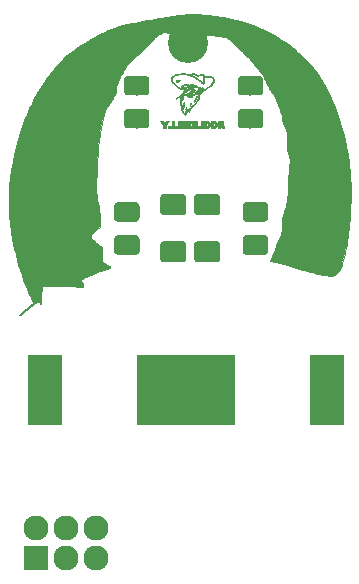
<source format=gbr>
G04 #@! TF.GenerationSoftware,KiCad,Pcbnew,(5.1.2)-1*
G04 #@! TF.CreationDate,2019-09-13T22:49:14-05:00*
G04 #@! TF.ProjectId,keanu-homeboy,6b65616e-752d-4686-9f6d-65626f792e6b,rev?*
G04 #@! TF.SameCoordinates,Original*
G04 #@! TF.FileFunction,Soldermask,Bot*
G04 #@! TF.FilePolarity,Negative*
%FSLAX46Y46*%
G04 Gerber Fmt 4.6, Leading zero omitted, Abs format (unit mm)*
G04 Created by KiCad (PCBNEW (5.1.2)-1) date 2019-09-13 22:49:14*
%MOMM*%
%LPD*%
G04 APERTURE LIST*
%ADD10C,0.010000*%
%ADD11C,3.400000*%
%ADD12C,2.127200*%
%ADD13O,2.127200X2.127200*%
%ADD14R,2.127200X2.127200*%
%ADD15R,8.400000X5.960000*%
%ADD16R,3.000000X5.960000*%
%ADD17C,0.100000*%
%ADD18C,1.650000*%
%ADD19C,1.800000*%
G04 APERTURE END LIST*
D10*
G36*
X-4200409Y29522279D02*
G01*
X-4017233Y29517109D01*
X-3821491Y29507826D01*
X-3610502Y29494365D01*
X-3381588Y29476659D01*
X-3132067Y29454644D01*
X-2959100Y29438142D01*
X-2363948Y29370262D01*
X-1786287Y29284573D01*
X-1225118Y29180681D01*
X-679442Y29058190D01*
X-148260Y28916708D01*
X369427Y28755838D01*
X874618Y28575186D01*
X1368312Y28374359D01*
X1851509Y28152960D01*
X2325208Y27910597D01*
X2790408Y27646873D01*
X3248108Y27361395D01*
X3699307Y27053768D01*
X4145004Y26723597D01*
X4377157Y26541078D01*
X4608879Y26352101D01*
X4821044Y26172064D01*
X5016542Y25998021D01*
X5198265Y25827031D01*
X5369104Y25656147D01*
X5531951Y25482428D01*
X5689697Y25302928D01*
X5845233Y25114704D01*
X6001450Y24914811D01*
X6090129Y24796917D01*
X6360397Y24415210D01*
X6621144Y24010822D01*
X6871950Y23584787D01*
X7112389Y23138138D01*
X7342040Y22671909D01*
X7560478Y22187135D01*
X7767282Y21684848D01*
X7962028Y21166084D01*
X8144293Y20631875D01*
X8313654Y20083257D01*
X8469687Y19521262D01*
X8611970Y18946925D01*
X8740080Y18361279D01*
X8756217Y18281650D01*
X8816902Y17970621D01*
X8870350Y17676883D01*
X8917120Y17395755D01*
X8957771Y17122555D01*
X8992863Y16852600D01*
X9022956Y16581209D01*
X9048608Y16303701D01*
X9070379Y16015392D01*
X9088828Y15711602D01*
X9104515Y15387648D01*
X9105939Y15354300D01*
X9109339Y15255083D01*
X9112181Y15134153D01*
X9114466Y14995192D01*
X9116193Y14841883D01*
X9117364Y14677905D01*
X9117979Y14506942D01*
X9118039Y14332674D01*
X9117544Y14158783D01*
X9116494Y13988951D01*
X9114891Y13826859D01*
X9112734Y13676189D01*
X9110025Y13540622D01*
X9106764Y13423840D01*
X9105646Y13392150D01*
X9087898Y12985700D01*
X9065445Y12586416D01*
X9038463Y12195209D01*
X9007127Y11812989D01*
X8971615Y11440668D01*
X8932102Y11079155D01*
X8888764Y10729362D01*
X8841777Y10392199D01*
X8791319Y10068577D01*
X8737564Y9759406D01*
X8680690Y9465598D01*
X8620872Y9188063D01*
X8558287Y8927711D01*
X8493111Y8685454D01*
X8425520Y8462201D01*
X8355690Y8258865D01*
X8283798Y8076354D01*
X8210019Y7915581D01*
X8134531Y7777455D01*
X8057508Y7662888D01*
X7979760Y7573410D01*
X7915107Y7520357D01*
X7834531Y7469991D01*
X7747405Y7427300D01*
X7663102Y7397268D01*
X7636436Y7390762D01*
X7573052Y7382915D01*
X7488151Y7380698D01*
X7384907Y7383780D01*
X7266493Y7391831D01*
X7136082Y7404519D01*
X6996848Y7421515D01*
X6851965Y7442488D01*
X6704607Y7467106D01*
X6557946Y7495039D01*
X6481489Y7511096D01*
X6284992Y7554960D01*
X6087416Y7601497D01*
X5885863Y7651493D01*
X5677433Y7705732D01*
X5459228Y7764999D01*
X5228351Y7830079D01*
X4981903Y7901756D01*
X4716984Y7980816D01*
X4476750Y8053906D01*
X4208957Y8135473D01*
X3963906Y8208991D01*
X3740362Y8274798D01*
X3537092Y8333236D01*
X3352863Y8384646D01*
X3186443Y8429367D01*
X3036596Y8467741D01*
X2902091Y8500108D01*
X2781694Y8526808D01*
X2714300Y8540527D01*
X2596401Y8564254D01*
X2501749Y8584827D01*
X2428464Y8602804D01*
X2374667Y8618746D01*
X2338478Y8633210D01*
X2318017Y8646755D01*
X2311404Y8659941D01*
X2311400Y8660289D01*
X2313965Y8675540D01*
X2322123Y8701845D01*
X2336563Y8740879D01*
X2357975Y8794315D01*
X2387048Y8863825D01*
X2424474Y8951085D01*
X2470941Y9057767D01*
X2527139Y9185544D01*
X2539518Y9213576D01*
X2614666Y9387135D01*
X2677205Y9539161D01*
X2727293Y9670080D01*
X2765088Y9780316D01*
X2790750Y9870296D01*
X2799515Y9910071D01*
X2813829Y9970886D01*
X2835439Y10039893D01*
X2865402Y10119683D01*
X2904775Y10212851D01*
X2954613Y10321990D01*
X3015973Y10449693D01*
X3035638Y10489688D01*
X3073951Y10568425D01*
X3110157Y10644950D01*
X3142047Y10714432D01*
X3167412Y10772039D01*
X3184043Y10812940D01*
X3186437Y10819580D01*
X3235016Y10988446D01*
X3267998Y11170069D01*
X3285832Y11367486D01*
X3289542Y11515225D01*
X3291404Y11646373D01*
X3296342Y11783562D01*
X3303948Y11920639D01*
X3313815Y12051455D01*
X3325534Y12169858D01*
X3338698Y12269696D01*
X3340190Y12279120D01*
X3360962Y12395226D01*
X3385060Y12503478D01*
X3414477Y12610967D01*
X3451202Y12724786D01*
X3497228Y12852025D01*
X3511853Y12890500D01*
X3554232Y13005431D01*
X3592234Y13118623D01*
X3626173Y13232251D01*
X3656365Y13348491D01*
X3683125Y13469518D01*
X3706768Y13597507D01*
X3727608Y13734633D01*
X3745961Y13883071D01*
X3762143Y14044996D01*
X3776467Y14222584D01*
X3789249Y14418009D01*
X3800804Y14633446D01*
X3811447Y14871072D01*
X3816274Y14992350D01*
X3825765Y15232403D01*
X3834933Y15449336D01*
X3843926Y15645428D01*
X3852891Y15822956D01*
X3861977Y15984195D01*
X3871332Y16131424D01*
X3881103Y16266920D01*
X3891439Y16392958D01*
X3902487Y16511817D01*
X3914395Y16625773D01*
X3927312Y16737104D01*
X3932202Y16776700D01*
X3949106Y16929205D01*
X3958399Y17062434D01*
X3959586Y17181492D01*
X3952175Y17291486D01*
X3935670Y17397523D01*
X3909578Y17504709D01*
X3873404Y17618150D01*
X3842676Y17701776D01*
X3799125Y17826228D01*
X3765687Y17947808D01*
X3741946Y18070772D01*
X3727486Y18199376D01*
X3721891Y18337873D01*
X3724744Y18490519D01*
X3735628Y18661569D01*
X3741804Y18732500D01*
X3749199Y18825078D01*
X3755504Y18927958D01*
X3760185Y19030595D01*
X3762709Y19122445D01*
X3762989Y19151600D01*
X3761878Y19247668D01*
X3757136Y19333142D01*
X3747626Y19412515D01*
X3732213Y19490277D01*
X3709763Y19570920D01*
X3679138Y19658935D01*
X3639205Y19758812D01*
X3588827Y19875042D01*
X3568727Y19919950D01*
X3490393Y20100368D01*
X3426107Y20263013D01*
X3374998Y20410672D01*
X3336196Y20546130D01*
X3308830Y20672173D01*
X3292030Y20791586D01*
X3290182Y20811191D01*
X3269004Y20973562D01*
X3232536Y21148896D01*
X3180231Y21339592D01*
X3142848Y21456904D01*
X3071633Y21657077D01*
X2989893Y21863158D01*
X2899981Y22070211D01*
X2804248Y22273301D01*
X2705047Y22467493D01*
X2604728Y22647852D01*
X2505645Y22809443D01*
X2479218Y22849499D01*
X2448754Y22894851D01*
X2408751Y22954363D01*
X2363854Y23021125D01*
X2318711Y23088226D01*
X2307144Y23105415D01*
X2237184Y23215920D01*
X2167977Y23337268D01*
X2103257Y23462193D01*
X2046758Y23583428D01*
X2002210Y23693707D01*
X1996074Y23710900D01*
X1947788Y23838835D01*
X1891647Y23967426D01*
X1826750Y24097870D01*
X1752198Y24231365D01*
X1667092Y24369108D01*
X1570531Y24512295D01*
X1461617Y24662125D01*
X1339450Y24819793D01*
X1203130Y24986498D01*
X1051758Y25163436D01*
X884434Y25351804D01*
X700258Y25552801D01*
X498330Y25767622D01*
X278111Y25997095D01*
X196695Y26080620D01*
X104114Y26174626D01*
X2726Y26276788D01*
X-105111Y26384778D01*
X-217036Y26496272D01*
X-330691Y26608942D01*
X-443716Y26720462D01*
X-553753Y26828507D01*
X-658442Y26930751D01*
X-755424Y27024866D01*
X-842340Y27108527D01*
X-916830Y27179408D01*
X-976536Y27235183D01*
X-990600Y27248064D01*
X-1107421Y27350580D01*
X-1211683Y27433632D01*
X-1305399Y27498559D01*
X-1390587Y27546698D01*
X-1469259Y27579389D01*
X-1505386Y27590009D01*
X-1538059Y27596688D01*
X-1591802Y27605800D01*
X-1662468Y27616725D01*
X-1745910Y27628843D01*
X-1837982Y27641536D01*
X-1934537Y27654183D01*
X-1936750Y27654465D01*
X-2227670Y27691950D01*
X-2494539Y27727320D01*
X-2738598Y27760805D01*
X-2961088Y27792633D01*
X-3163250Y27823034D01*
X-3346323Y27852238D01*
X-3511550Y27880474D01*
X-3660171Y27907971D01*
X-3793426Y27934959D01*
X-3912557Y27961667D01*
X-4018803Y27988325D01*
X-4113407Y28015162D01*
X-4197609Y28042408D01*
X-4272649Y28070291D01*
X-4338816Y28098604D01*
X-4389005Y28123466D01*
X-4451194Y28156907D01*
X-4516007Y28193789D01*
X-4554716Y28216936D01*
X-4647243Y28270053D01*
X-4727607Y28307511D01*
X-4801868Y28331345D01*
X-4876091Y28343587D01*
X-4940836Y28346400D01*
X-5027539Y28341020D01*
X-5112847Y28323870D01*
X-5200437Y28293438D01*
X-5293986Y28248212D01*
X-5397171Y28186681D01*
X-5502001Y28115626D01*
X-5623955Y28033792D01*
X-5733273Y27970611D01*
X-5833121Y27924847D01*
X-5926663Y27895267D01*
X-6017066Y27880635D01*
X-6106980Y27879686D01*
X-6189637Y27888853D01*
X-6260206Y27904975D01*
X-6283325Y27913115D01*
X-6337006Y27934752D01*
X-6394919Y27958083D01*
X-6416675Y27966844D01*
X-6511700Y27991680D01*
X-6617400Y27994716D01*
X-6732450Y27976542D01*
X-6855528Y27937745D01*
X-6985309Y27878914D01*
X-7120469Y27800637D01*
X-7259684Y27703502D01*
X-7401630Y27588098D01*
X-7525251Y27474326D01*
X-7552316Y27447426D01*
X-7594753Y27404431D01*
X-7650373Y27347595D01*
X-7716983Y27279172D01*
X-7792394Y27201418D01*
X-7874416Y27116585D01*
X-7960857Y27026929D01*
X-8041512Y26943050D01*
X-8201705Y26777024D01*
X-8347516Y26627690D01*
X-8481388Y26492711D01*
X-8605767Y26369752D01*
X-8723095Y26256479D01*
X-8835818Y26150555D01*
X-8946379Y26049646D01*
X-9057224Y25951415D01*
X-9170795Y25853528D01*
X-9264452Y25774570D01*
X-9399471Y25658398D01*
X-9516753Y25549648D01*
X-9620788Y25443453D01*
X-9716066Y25334944D01*
X-9807079Y25219254D01*
X-9898318Y25091516D01*
X-9908812Y25076150D01*
X-9937522Y25031471D01*
X-9975852Y24968088D01*
X-10022165Y24888994D01*
X-10074820Y24797181D01*
X-10132180Y24695642D01*
X-10192606Y24587370D01*
X-10254458Y24475356D01*
X-10316097Y24362593D01*
X-10375884Y24252074D01*
X-10432181Y24146790D01*
X-10483348Y24049734D01*
X-10527747Y23963899D01*
X-10563738Y23892277D01*
X-10589683Y23837861D01*
X-10599818Y23814536D01*
X-10664540Y23626408D01*
X-10711910Y23426214D01*
X-10740125Y23221969D01*
X-10743788Y23174145D01*
X-10753262Y23062620D01*
X-10767467Y22961470D01*
X-10787904Y22866832D01*
X-10816072Y22774843D01*
X-10853472Y22681640D01*
X-10901603Y22583360D01*
X-10961966Y22476142D01*
X-11036061Y22356121D01*
X-11099196Y22258942D01*
X-11150186Y22182457D01*
X-11206240Y22099752D01*
X-11264877Y22014358D01*
X-11323619Y21929808D01*
X-11379986Y21849634D01*
X-11431498Y21777368D01*
X-11475678Y21716543D01*
X-11510044Y21670689D01*
X-11527667Y21648515D01*
X-11562251Y21597794D01*
X-11599334Y21525076D01*
X-11639163Y21429722D01*
X-11681987Y21311095D01*
X-11728054Y21168556D01*
X-11772722Y21018500D01*
X-11829611Y20813565D01*
X-11880713Y20612944D01*
X-11926965Y20411977D01*
X-11969303Y20206004D01*
X-12008666Y19990365D01*
X-12045989Y19760400D01*
X-12082210Y19511449D01*
X-12095739Y19411950D01*
X-12169562Y18825127D01*
X-12234015Y18240267D01*
X-12288874Y17660473D01*
X-12333912Y17088845D01*
X-12368905Y16528482D01*
X-12393628Y15982486D01*
X-12407855Y15453955D01*
X-12411515Y15062200D01*
X-12410479Y14814962D01*
X-12406685Y14591993D01*
X-12400055Y14392306D01*
X-12390513Y14214912D01*
X-12377981Y14058822D01*
X-12362381Y13923050D01*
X-12343637Y13806606D01*
X-12321672Y13708501D01*
X-12300167Y13638106D01*
X-12270273Y13552347D01*
X-12244317Y13473852D01*
X-12222004Y13400085D01*
X-12203041Y13328512D01*
X-12187133Y13256600D01*
X-12173986Y13181813D01*
X-12163307Y13101617D01*
X-12154800Y13013478D01*
X-12148173Y12914861D01*
X-12143131Y12803233D01*
X-12139379Y12676058D01*
X-12136624Y12530802D01*
X-12134572Y12364931D01*
X-12133102Y12198350D01*
X-12127643Y11499850D01*
X-12359368Y11303000D01*
X-12481771Y11198047D01*
X-12584942Y11107419D01*
X-12669915Y11030137D01*
X-12737729Y10965219D01*
X-12789420Y10911685D01*
X-12826023Y10868552D01*
X-12841668Y10846489D01*
X-12869231Y10788578D01*
X-12877433Y10729218D01*
X-12865603Y10666420D01*
X-12833069Y10598197D01*
X-12779162Y10522559D01*
X-12703907Y10438243D01*
X-12633447Y10367604D01*
X-12562820Y10302475D01*
X-12487120Y10238813D01*
X-12401436Y10172575D01*
X-12300860Y10099718D01*
X-12247581Y10062410D01*
X-12145286Y9987716D01*
X-12064715Y9920361D01*
X-12003959Y9858386D01*
X-11961106Y9799827D01*
X-11934247Y9742725D01*
X-11933271Y9739814D01*
X-11915013Y9660301D01*
X-11905314Y9558405D01*
X-11904160Y9433684D01*
X-11911539Y9285698D01*
X-11918582Y9201150D01*
X-11931102Y9060259D01*
X-11940222Y8942682D01*
X-11946008Y8846574D01*
X-11948524Y8770088D01*
X-11947835Y8711376D01*
X-11944009Y8668593D01*
X-11938335Y8643363D01*
X-11923158Y8607250D01*
X-11900811Y8572583D01*
X-11869010Y8537585D01*
X-11825473Y8500481D01*
X-11767915Y8459494D01*
X-11694054Y8412846D01*
X-11601606Y8358763D01*
X-11498300Y8300979D01*
X-11409326Y8251017D01*
X-11341013Y8210279D01*
X-11291113Y8177017D01*
X-11257381Y8149480D01*
X-11237569Y8125921D01*
X-11229430Y8104589D01*
X-11229277Y8091575D01*
X-11240943Y8066574D01*
X-11270884Y8040635D01*
X-11320084Y8013391D01*
X-11389529Y7984472D01*
X-11480202Y7953509D01*
X-11593090Y7920134D01*
X-11729176Y7883978D01*
X-11887200Y7845206D01*
X-12010882Y7811355D01*
X-12154323Y7764050D01*
X-12316112Y7703871D01*
X-12494838Y7631396D01*
X-12689091Y7547205D01*
X-12897457Y7451878D01*
X-13118526Y7345994D01*
X-13196044Y7307835D01*
X-13328277Y7241676D01*
X-13438804Y7184918D01*
X-13529145Y7136677D01*
X-13600818Y7096066D01*
X-13655342Y7062203D01*
X-13694236Y7034200D01*
X-13719019Y7011175D01*
X-13728843Y6997434D01*
X-13735498Y6971068D01*
X-13725476Y6942959D01*
X-13696689Y6909447D01*
X-13660559Y6877771D01*
X-13608605Y6824103D01*
X-13565200Y6758260D01*
X-13534497Y6688158D01*
X-13520652Y6621718D01*
X-13520270Y6610350D01*
X-13527288Y6522969D01*
X-13547806Y6455281D01*
X-13580850Y6408102D01*
X-13625445Y6382246D01*
X-13680617Y6378527D01*
X-13745391Y6397760D01*
X-13763859Y6406712D01*
X-13796079Y6419807D01*
X-13841145Y6431802D01*
X-13900469Y6442828D01*
X-13975466Y6453014D01*
X-14067551Y6462491D01*
X-14178137Y6471390D01*
X-14308640Y6479840D01*
X-14460472Y6487971D01*
X-14635048Y6495913D01*
X-14808200Y6502835D01*
X-14904338Y6505902D01*
X-15017580Y6508538D01*
X-15144960Y6510743D01*
X-15283512Y6512518D01*
X-15430272Y6513863D01*
X-15582272Y6514778D01*
X-15736547Y6515264D01*
X-15890131Y6515320D01*
X-16040058Y6514947D01*
X-16183363Y6514146D01*
X-16317079Y6512916D01*
X-16438240Y6511259D01*
X-16543881Y6509173D01*
X-16631036Y6506660D01*
X-16696738Y6503719D01*
X-16713200Y6502656D01*
X-16802616Y6495470D01*
X-16870038Y6487963D01*
X-16918867Y6479280D01*
X-16952503Y6468569D01*
X-16974348Y6454975D01*
X-16987801Y6437645D01*
X-16990015Y6433153D01*
X-17008174Y6382275D01*
X-17024292Y6313258D01*
X-17038486Y6224992D01*
X-17050871Y6116369D01*
X-17061564Y5986280D01*
X-17070680Y5833615D01*
X-17078336Y5657266D01*
X-17081766Y5556250D01*
X-17085268Y5454648D01*
X-17089235Y5357698D01*
X-17093461Y5269292D01*
X-17097739Y5193321D01*
X-17101861Y5133677D01*
X-17105622Y5094251D01*
X-17106747Y5086350D01*
X-17113448Y5045755D01*
X-17118080Y5016905D01*
X-17119527Y5006975D01*
X-17126380Y5001704D01*
X-17138682Y5008869D01*
X-17145000Y5021535D01*
X-17155477Y5044296D01*
X-17182133Y5071507D01*
X-17217807Y5097602D01*
X-17255340Y5117010D01*
X-17275598Y5123096D01*
X-17337591Y5126063D01*
X-17408596Y5112937D01*
X-17489481Y5083193D01*
X-17581114Y5036310D01*
X-17684364Y4971763D01*
X-17800099Y4889029D01*
X-17929187Y4787583D01*
X-18072496Y4666904D01*
X-18161000Y4589201D01*
X-18250175Y4511444D01*
X-18345884Y4430730D01*
X-18443794Y4350519D01*
X-18539567Y4274272D01*
X-18628868Y4205450D01*
X-18707362Y4147514D01*
X-18760670Y4110524D01*
X-18819259Y4073694D01*
X-18869168Y4046421D01*
X-18907217Y4030126D01*
X-18930226Y4026232D01*
X-18935700Y4032221D01*
X-18925864Y4053648D01*
X-18897129Y4089603D01*
X-18850664Y4139036D01*
X-18787631Y4200896D01*
X-18709198Y4274135D01*
X-18616529Y4357702D01*
X-18510789Y4450548D01*
X-18393144Y4551623D01*
X-18264759Y4659876D01*
X-18126800Y4774258D01*
X-17980432Y4893720D01*
X-17970500Y4901761D01*
X-17907773Y4952547D01*
X-17851556Y4998115D01*
X-17804913Y5035977D01*
X-17770906Y5063645D01*
X-17752599Y5078633D01*
X-17750548Y5080352D01*
X-17753415Y5093522D01*
X-17766520Y5126477D01*
X-17788559Y5176375D01*
X-17818231Y5240374D01*
X-17854235Y5315632D01*
X-17895269Y5399307D01*
X-17912424Y5433749D01*
X-17975616Y5560496D01*
X-18029359Y5669459D01*
X-18075863Y5765418D01*
X-18117338Y5853157D01*
X-18155992Y5937456D01*
X-18194037Y6023097D01*
X-18233682Y6114861D01*
X-18277137Y6217532D01*
X-18301409Y6275469D01*
X-18449403Y6644456D01*
X-18594458Y7035287D01*
X-18735629Y7444483D01*
X-18871974Y7868566D01*
X-19002550Y8304059D01*
X-19126412Y8747482D01*
X-19242619Y9195358D01*
X-19350226Y9644208D01*
X-19448292Y10090556D01*
X-19535871Y10530922D01*
X-19612023Y10961829D01*
X-19665085Y11304342D01*
X-19713231Y11658346D01*
X-19752723Y11996155D01*
X-19784043Y12324495D01*
X-19807672Y12650094D01*
X-19824093Y12979677D01*
X-19833786Y13319972D01*
X-19837233Y13677706D01*
X-19837253Y13709650D01*
X-19835301Y14015672D01*
X-19829193Y14302414D01*
X-19818517Y14575721D01*
X-19802866Y14841436D01*
X-19781828Y15105403D01*
X-19754995Y15373464D01*
X-19721956Y15651463D01*
X-19682302Y15945244D01*
X-19678739Y15970250D01*
X-19660342Y16096609D01*
X-19642118Y16216510D01*
X-19623568Y16332418D01*
X-19604194Y16446797D01*
X-19583499Y16562111D01*
X-19560983Y16680825D01*
X-19536148Y16805402D01*
X-19508497Y16938306D01*
X-19477531Y17082002D01*
X-19442752Y17238953D01*
X-19403662Y17411624D01*
X-19359762Y17602478D01*
X-19310555Y17813980D01*
X-19276871Y17957800D01*
X-19225237Y18177282D01*
X-19178557Y18374283D01*
X-19136187Y18551101D01*
X-19097483Y18710033D01*
X-19061804Y18853373D01*
X-19028504Y18983419D01*
X-18996942Y19102467D01*
X-18966473Y19212813D01*
X-18936454Y19316752D01*
X-18906242Y19416583D01*
X-18875194Y19514599D01*
X-18842666Y19613099D01*
X-18808015Y19714377D01*
X-18770597Y19820731D01*
X-18729770Y19934457D01*
X-18700450Y20015200D01*
X-18616546Y20239915D01*
X-18524334Y20476773D01*
X-18425378Y20722228D01*
X-18321241Y20972732D01*
X-18213487Y21224740D01*
X-18103679Y21474703D01*
X-17993380Y21719076D01*
X-17884153Y21954311D01*
X-17777562Y22176862D01*
X-17675170Y22383181D01*
X-17578540Y22569723D01*
X-17555737Y22612350D01*
X-17417658Y22859677D01*
X-17266474Y23114017D01*
X-17103840Y23373239D01*
X-16931414Y23635213D01*
X-16750851Y23897808D01*
X-16563809Y24158894D01*
X-16371945Y24416340D01*
X-16176914Y24668014D01*
X-15980374Y24911788D01*
X-15783982Y25145530D01*
X-15589393Y25367109D01*
X-15398266Y25574395D01*
X-15212256Y25765257D01*
X-15033020Y25937565D01*
X-14862214Y26089188D01*
X-14833600Y26113199D01*
X-14640032Y26268003D01*
X-14425333Y26428558D01*
X-14192103Y26593413D01*
X-13942942Y26761116D01*
X-13680449Y26930217D01*
X-13407224Y27099266D01*
X-13125866Y27266812D01*
X-12838975Y27431404D01*
X-12549149Y27591592D01*
X-12258989Y27745924D01*
X-11971094Y27892951D01*
X-11688063Y28031222D01*
X-11412496Y28159286D01*
X-11146991Y28275692D01*
X-10894150Y28378990D01*
X-10656570Y28467729D01*
X-10547350Y28505179D01*
X-10475219Y28528392D01*
X-10402144Y28550291D01*
X-10325372Y28571509D01*
X-10242148Y28592674D01*
X-10149720Y28614418D01*
X-10045334Y28637372D01*
X-9926236Y28662165D01*
X-9789673Y28689430D01*
X-9632891Y28719795D01*
X-9499600Y28745131D01*
X-9144929Y28811678D01*
X-8794721Y28876501D01*
X-8450289Y28939381D01*
X-8112944Y29000101D01*
X-7783999Y29058443D01*
X-7464766Y29114188D01*
X-7156556Y29167120D01*
X-6860681Y29217019D01*
X-6578455Y29263669D01*
X-6311188Y29306851D01*
X-6060193Y29346348D01*
X-5826781Y29381942D01*
X-5612266Y29413414D01*
X-5417958Y29440547D01*
X-5245170Y29463124D01*
X-5095213Y29480925D01*
X-5021590Y29488738D01*
X-4861048Y29503146D01*
X-4701338Y29513770D01*
X-4539782Y29520544D01*
X-4373699Y29523402D01*
X-4200409Y29522279D01*
X-4200409Y29522279D01*
G37*
X-4200409Y29522279D02*
X-4017233Y29517109D01*
X-3821491Y29507826D01*
X-3610502Y29494365D01*
X-3381588Y29476659D01*
X-3132067Y29454644D01*
X-2959100Y29438142D01*
X-2363948Y29370262D01*
X-1786287Y29284573D01*
X-1225118Y29180681D01*
X-679442Y29058190D01*
X-148260Y28916708D01*
X369427Y28755838D01*
X874618Y28575186D01*
X1368312Y28374359D01*
X1851509Y28152960D01*
X2325208Y27910597D01*
X2790408Y27646873D01*
X3248108Y27361395D01*
X3699307Y27053768D01*
X4145004Y26723597D01*
X4377157Y26541078D01*
X4608879Y26352101D01*
X4821044Y26172064D01*
X5016542Y25998021D01*
X5198265Y25827031D01*
X5369104Y25656147D01*
X5531951Y25482428D01*
X5689697Y25302928D01*
X5845233Y25114704D01*
X6001450Y24914811D01*
X6090129Y24796917D01*
X6360397Y24415210D01*
X6621144Y24010822D01*
X6871950Y23584787D01*
X7112389Y23138138D01*
X7342040Y22671909D01*
X7560478Y22187135D01*
X7767282Y21684848D01*
X7962028Y21166084D01*
X8144293Y20631875D01*
X8313654Y20083257D01*
X8469687Y19521262D01*
X8611970Y18946925D01*
X8740080Y18361279D01*
X8756217Y18281650D01*
X8816902Y17970621D01*
X8870350Y17676883D01*
X8917120Y17395755D01*
X8957771Y17122555D01*
X8992863Y16852600D01*
X9022956Y16581209D01*
X9048608Y16303701D01*
X9070379Y16015392D01*
X9088828Y15711602D01*
X9104515Y15387648D01*
X9105939Y15354300D01*
X9109339Y15255083D01*
X9112181Y15134153D01*
X9114466Y14995192D01*
X9116193Y14841883D01*
X9117364Y14677905D01*
X9117979Y14506942D01*
X9118039Y14332674D01*
X9117544Y14158783D01*
X9116494Y13988951D01*
X9114891Y13826859D01*
X9112734Y13676189D01*
X9110025Y13540622D01*
X9106764Y13423840D01*
X9105646Y13392150D01*
X9087898Y12985700D01*
X9065445Y12586416D01*
X9038463Y12195209D01*
X9007127Y11812989D01*
X8971615Y11440668D01*
X8932102Y11079155D01*
X8888764Y10729362D01*
X8841777Y10392199D01*
X8791319Y10068577D01*
X8737564Y9759406D01*
X8680690Y9465598D01*
X8620872Y9188063D01*
X8558287Y8927711D01*
X8493111Y8685454D01*
X8425520Y8462201D01*
X8355690Y8258865D01*
X8283798Y8076354D01*
X8210019Y7915581D01*
X8134531Y7777455D01*
X8057508Y7662888D01*
X7979760Y7573410D01*
X7915107Y7520357D01*
X7834531Y7469991D01*
X7747405Y7427300D01*
X7663102Y7397268D01*
X7636436Y7390762D01*
X7573052Y7382915D01*
X7488151Y7380698D01*
X7384907Y7383780D01*
X7266493Y7391831D01*
X7136082Y7404519D01*
X6996848Y7421515D01*
X6851965Y7442488D01*
X6704607Y7467106D01*
X6557946Y7495039D01*
X6481489Y7511096D01*
X6284992Y7554960D01*
X6087416Y7601497D01*
X5885863Y7651493D01*
X5677433Y7705732D01*
X5459228Y7764999D01*
X5228351Y7830079D01*
X4981903Y7901756D01*
X4716984Y7980816D01*
X4476750Y8053906D01*
X4208957Y8135473D01*
X3963906Y8208991D01*
X3740362Y8274798D01*
X3537092Y8333236D01*
X3352863Y8384646D01*
X3186443Y8429367D01*
X3036596Y8467741D01*
X2902091Y8500108D01*
X2781694Y8526808D01*
X2714300Y8540527D01*
X2596401Y8564254D01*
X2501749Y8584827D01*
X2428464Y8602804D01*
X2374667Y8618746D01*
X2338478Y8633210D01*
X2318017Y8646755D01*
X2311404Y8659941D01*
X2311400Y8660289D01*
X2313965Y8675540D01*
X2322123Y8701845D01*
X2336563Y8740879D01*
X2357975Y8794315D01*
X2387048Y8863825D01*
X2424474Y8951085D01*
X2470941Y9057767D01*
X2527139Y9185544D01*
X2539518Y9213576D01*
X2614666Y9387135D01*
X2677205Y9539161D01*
X2727293Y9670080D01*
X2765088Y9780316D01*
X2790750Y9870296D01*
X2799515Y9910071D01*
X2813829Y9970886D01*
X2835439Y10039893D01*
X2865402Y10119683D01*
X2904775Y10212851D01*
X2954613Y10321990D01*
X3015973Y10449693D01*
X3035638Y10489688D01*
X3073951Y10568425D01*
X3110157Y10644950D01*
X3142047Y10714432D01*
X3167412Y10772039D01*
X3184043Y10812940D01*
X3186437Y10819580D01*
X3235016Y10988446D01*
X3267998Y11170069D01*
X3285832Y11367486D01*
X3289542Y11515225D01*
X3291404Y11646373D01*
X3296342Y11783562D01*
X3303948Y11920639D01*
X3313815Y12051455D01*
X3325534Y12169858D01*
X3338698Y12269696D01*
X3340190Y12279120D01*
X3360962Y12395226D01*
X3385060Y12503478D01*
X3414477Y12610967D01*
X3451202Y12724786D01*
X3497228Y12852025D01*
X3511853Y12890500D01*
X3554232Y13005431D01*
X3592234Y13118623D01*
X3626173Y13232251D01*
X3656365Y13348491D01*
X3683125Y13469518D01*
X3706768Y13597507D01*
X3727608Y13734633D01*
X3745961Y13883071D01*
X3762143Y14044996D01*
X3776467Y14222584D01*
X3789249Y14418009D01*
X3800804Y14633446D01*
X3811447Y14871072D01*
X3816274Y14992350D01*
X3825765Y15232403D01*
X3834933Y15449336D01*
X3843926Y15645428D01*
X3852891Y15822956D01*
X3861977Y15984195D01*
X3871332Y16131424D01*
X3881103Y16266920D01*
X3891439Y16392958D01*
X3902487Y16511817D01*
X3914395Y16625773D01*
X3927312Y16737104D01*
X3932202Y16776700D01*
X3949106Y16929205D01*
X3958399Y17062434D01*
X3959586Y17181492D01*
X3952175Y17291486D01*
X3935670Y17397523D01*
X3909578Y17504709D01*
X3873404Y17618150D01*
X3842676Y17701776D01*
X3799125Y17826228D01*
X3765687Y17947808D01*
X3741946Y18070772D01*
X3727486Y18199376D01*
X3721891Y18337873D01*
X3724744Y18490519D01*
X3735628Y18661569D01*
X3741804Y18732500D01*
X3749199Y18825078D01*
X3755504Y18927958D01*
X3760185Y19030595D01*
X3762709Y19122445D01*
X3762989Y19151600D01*
X3761878Y19247668D01*
X3757136Y19333142D01*
X3747626Y19412515D01*
X3732213Y19490277D01*
X3709763Y19570920D01*
X3679138Y19658935D01*
X3639205Y19758812D01*
X3588827Y19875042D01*
X3568727Y19919950D01*
X3490393Y20100368D01*
X3426107Y20263013D01*
X3374998Y20410672D01*
X3336196Y20546130D01*
X3308830Y20672173D01*
X3292030Y20791586D01*
X3290182Y20811191D01*
X3269004Y20973562D01*
X3232536Y21148896D01*
X3180231Y21339592D01*
X3142848Y21456904D01*
X3071633Y21657077D01*
X2989893Y21863158D01*
X2899981Y22070211D01*
X2804248Y22273301D01*
X2705047Y22467493D01*
X2604728Y22647852D01*
X2505645Y22809443D01*
X2479218Y22849499D01*
X2448754Y22894851D01*
X2408751Y22954363D01*
X2363854Y23021125D01*
X2318711Y23088226D01*
X2307144Y23105415D01*
X2237184Y23215920D01*
X2167977Y23337268D01*
X2103257Y23462193D01*
X2046758Y23583428D01*
X2002210Y23693707D01*
X1996074Y23710900D01*
X1947788Y23838835D01*
X1891647Y23967426D01*
X1826750Y24097870D01*
X1752198Y24231365D01*
X1667092Y24369108D01*
X1570531Y24512295D01*
X1461617Y24662125D01*
X1339450Y24819793D01*
X1203130Y24986498D01*
X1051758Y25163436D01*
X884434Y25351804D01*
X700258Y25552801D01*
X498330Y25767622D01*
X278111Y25997095D01*
X196695Y26080620D01*
X104114Y26174626D01*
X2726Y26276788D01*
X-105111Y26384778D01*
X-217036Y26496272D01*
X-330691Y26608942D01*
X-443716Y26720462D01*
X-553753Y26828507D01*
X-658442Y26930751D01*
X-755424Y27024866D01*
X-842340Y27108527D01*
X-916830Y27179408D01*
X-976536Y27235183D01*
X-990600Y27248064D01*
X-1107421Y27350580D01*
X-1211683Y27433632D01*
X-1305399Y27498559D01*
X-1390587Y27546698D01*
X-1469259Y27579389D01*
X-1505386Y27590009D01*
X-1538059Y27596688D01*
X-1591802Y27605800D01*
X-1662468Y27616725D01*
X-1745910Y27628843D01*
X-1837982Y27641536D01*
X-1934537Y27654183D01*
X-1936750Y27654465D01*
X-2227670Y27691950D01*
X-2494539Y27727320D01*
X-2738598Y27760805D01*
X-2961088Y27792633D01*
X-3163250Y27823034D01*
X-3346323Y27852238D01*
X-3511550Y27880474D01*
X-3660171Y27907971D01*
X-3793426Y27934959D01*
X-3912557Y27961667D01*
X-4018803Y27988325D01*
X-4113407Y28015162D01*
X-4197609Y28042408D01*
X-4272649Y28070291D01*
X-4338816Y28098604D01*
X-4389005Y28123466D01*
X-4451194Y28156907D01*
X-4516007Y28193789D01*
X-4554716Y28216936D01*
X-4647243Y28270053D01*
X-4727607Y28307511D01*
X-4801868Y28331345D01*
X-4876091Y28343587D01*
X-4940836Y28346400D01*
X-5027539Y28341020D01*
X-5112847Y28323870D01*
X-5200437Y28293438D01*
X-5293986Y28248212D01*
X-5397171Y28186681D01*
X-5502001Y28115626D01*
X-5623955Y28033792D01*
X-5733273Y27970611D01*
X-5833121Y27924847D01*
X-5926663Y27895267D01*
X-6017066Y27880635D01*
X-6106980Y27879686D01*
X-6189637Y27888853D01*
X-6260206Y27904975D01*
X-6283325Y27913115D01*
X-6337006Y27934752D01*
X-6394919Y27958083D01*
X-6416675Y27966844D01*
X-6511700Y27991680D01*
X-6617400Y27994716D01*
X-6732450Y27976542D01*
X-6855528Y27937745D01*
X-6985309Y27878914D01*
X-7120469Y27800637D01*
X-7259684Y27703502D01*
X-7401630Y27588098D01*
X-7525251Y27474326D01*
X-7552316Y27447426D01*
X-7594753Y27404431D01*
X-7650373Y27347595D01*
X-7716983Y27279172D01*
X-7792394Y27201418D01*
X-7874416Y27116585D01*
X-7960857Y27026929D01*
X-8041512Y26943050D01*
X-8201705Y26777024D01*
X-8347516Y26627690D01*
X-8481388Y26492711D01*
X-8605767Y26369752D01*
X-8723095Y26256479D01*
X-8835818Y26150555D01*
X-8946379Y26049646D01*
X-9057224Y25951415D01*
X-9170795Y25853528D01*
X-9264452Y25774570D01*
X-9399471Y25658398D01*
X-9516753Y25549648D01*
X-9620788Y25443453D01*
X-9716066Y25334944D01*
X-9807079Y25219254D01*
X-9898318Y25091516D01*
X-9908812Y25076150D01*
X-9937522Y25031471D01*
X-9975852Y24968088D01*
X-10022165Y24888994D01*
X-10074820Y24797181D01*
X-10132180Y24695642D01*
X-10192606Y24587370D01*
X-10254458Y24475356D01*
X-10316097Y24362593D01*
X-10375884Y24252074D01*
X-10432181Y24146790D01*
X-10483348Y24049734D01*
X-10527747Y23963899D01*
X-10563738Y23892277D01*
X-10589683Y23837861D01*
X-10599818Y23814536D01*
X-10664540Y23626408D01*
X-10711910Y23426214D01*
X-10740125Y23221969D01*
X-10743788Y23174145D01*
X-10753262Y23062620D01*
X-10767467Y22961470D01*
X-10787904Y22866832D01*
X-10816072Y22774843D01*
X-10853472Y22681640D01*
X-10901603Y22583360D01*
X-10961966Y22476142D01*
X-11036061Y22356121D01*
X-11099196Y22258942D01*
X-11150186Y22182457D01*
X-11206240Y22099752D01*
X-11264877Y22014358D01*
X-11323619Y21929808D01*
X-11379986Y21849634D01*
X-11431498Y21777368D01*
X-11475678Y21716543D01*
X-11510044Y21670689D01*
X-11527667Y21648515D01*
X-11562251Y21597794D01*
X-11599334Y21525076D01*
X-11639163Y21429722D01*
X-11681987Y21311095D01*
X-11728054Y21168556D01*
X-11772722Y21018500D01*
X-11829611Y20813565D01*
X-11880713Y20612944D01*
X-11926965Y20411977D01*
X-11969303Y20206004D01*
X-12008666Y19990365D01*
X-12045989Y19760400D01*
X-12082210Y19511449D01*
X-12095739Y19411950D01*
X-12169562Y18825127D01*
X-12234015Y18240267D01*
X-12288874Y17660473D01*
X-12333912Y17088845D01*
X-12368905Y16528482D01*
X-12393628Y15982486D01*
X-12407855Y15453955D01*
X-12411515Y15062200D01*
X-12410479Y14814962D01*
X-12406685Y14591993D01*
X-12400055Y14392306D01*
X-12390513Y14214912D01*
X-12377981Y14058822D01*
X-12362381Y13923050D01*
X-12343637Y13806606D01*
X-12321672Y13708501D01*
X-12300167Y13638106D01*
X-12270273Y13552347D01*
X-12244317Y13473852D01*
X-12222004Y13400085D01*
X-12203041Y13328512D01*
X-12187133Y13256600D01*
X-12173986Y13181813D01*
X-12163307Y13101617D01*
X-12154800Y13013478D01*
X-12148173Y12914861D01*
X-12143131Y12803233D01*
X-12139379Y12676058D01*
X-12136624Y12530802D01*
X-12134572Y12364931D01*
X-12133102Y12198350D01*
X-12127643Y11499850D01*
X-12359368Y11303000D01*
X-12481771Y11198047D01*
X-12584942Y11107419D01*
X-12669915Y11030137D01*
X-12737729Y10965219D01*
X-12789420Y10911685D01*
X-12826023Y10868552D01*
X-12841668Y10846489D01*
X-12869231Y10788578D01*
X-12877433Y10729218D01*
X-12865603Y10666420D01*
X-12833069Y10598197D01*
X-12779162Y10522559D01*
X-12703907Y10438243D01*
X-12633447Y10367604D01*
X-12562820Y10302475D01*
X-12487120Y10238813D01*
X-12401436Y10172575D01*
X-12300860Y10099718D01*
X-12247581Y10062410D01*
X-12145286Y9987716D01*
X-12064715Y9920361D01*
X-12003959Y9858386D01*
X-11961106Y9799827D01*
X-11934247Y9742725D01*
X-11933271Y9739814D01*
X-11915013Y9660301D01*
X-11905314Y9558405D01*
X-11904160Y9433684D01*
X-11911539Y9285698D01*
X-11918582Y9201150D01*
X-11931102Y9060259D01*
X-11940222Y8942682D01*
X-11946008Y8846574D01*
X-11948524Y8770088D01*
X-11947835Y8711376D01*
X-11944009Y8668593D01*
X-11938335Y8643363D01*
X-11923158Y8607250D01*
X-11900811Y8572583D01*
X-11869010Y8537585D01*
X-11825473Y8500481D01*
X-11767915Y8459494D01*
X-11694054Y8412846D01*
X-11601606Y8358763D01*
X-11498300Y8300979D01*
X-11409326Y8251017D01*
X-11341013Y8210279D01*
X-11291113Y8177017D01*
X-11257381Y8149480D01*
X-11237569Y8125921D01*
X-11229430Y8104589D01*
X-11229277Y8091575D01*
X-11240943Y8066574D01*
X-11270884Y8040635D01*
X-11320084Y8013391D01*
X-11389529Y7984472D01*
X-11480202Y7953509D01*
X-11593090Y7920134D01*
X-11729176Y7883978D01*
X-11887200Y7845206D01*
X-12010882Y7811355D01*
X-12154323Y7764050D01*
X-12316112Y7703871D01*
X-12494838Y7631396D01*
X-12689091Y7547205D01*
X-12897457Y7451878D01*
X-13118526Y7345994D01*
X-13196044Y7307835D01*
X-13328277Y7241676D01*
X-13438804Y7184918D01*
X-13529145Y7136677D01*
X-13600818Y7096066D01*
X-13655342Y7062203D01*
X-13694236Y7034200D01*
X-13719019Y7011175D01*
X-13728843Y6997434D01*
X-13735498Y6971068D01*
X-13725476Y6942959D01*
X-13696689Y6909447D01*
X-13660559Y6877771D01*
X-13608605Y6824103D01*
X-13565200Y6758260D01*
X-13534497Y6688158D01*
X-13520652Y6621718D01*
X-13520270Y6610350D01*
X-13527288Y6522969D01*
X-13547806Y6455281D01*
X-13580850Y6408102D01*
X-13625445Y6382246D01*
X-13680617Y6378527D01*
X-13745391Y6397760D01*
X-13763859Y6406712D01*
X-13796079Y6419807D01*
X-13841145Y6431802D01*
X-13900469Y6442828D01*
X-13975466Y6453014D01*
X-14067551Y6462491D01*
X-14178137Y6471390D01*
X-14308640Y6479840D01*
X-14460472Y6487971D01*
X-14635048Y6495913D01*
X-14808200Y6502835D01*
X-14904338Y6505902D01*
X-15017580Y6508538D01*
X-15144960Y6510743D01*
X-15283512Y6512518D01*
X-15430272Y6513863D01*
X-15582272Y6514778D01*
X-15736547Y6515264D01*
X-15890131Y6515320D01*
X-16040058Y6514947D01*
X-16183363Y6514146D01*
X-16317079Y6512916D01*
X-16438240Y6511259D01*
X-16543881Y6509173D01*
X-16631036Y6506660D01*
X-16696738Y6503719D01*
X-16713200Y6502656D01*
X-16802616Y6495470D01*
X-16870038Y6487963D01*
X-16918867Y6479280D01*
X-16952503Y6468569D01*
X-16974348Y6454975D01*
X-16987801Y6437645D01*
X-16990015Y6433153D01*
X-17008174Y6382275D01*
X-17024292Y6313258D01*
X-17038486Y6224992D01*
X-17050871Y6116369D01*
X-17061564Y5986280D01*
X-17070680Y5833615D01*
X-17078336Y5657266D01*
X-17081766Y5556250D01*
X-17085268Y5454648D01*
X-17089235Y5357698D01*
X-17093461Y5269292D01*
X-17097739Y5193321D01*
X-17101861Y5133677D01*
X-17105622Y5094251D01*
X-17106747Y5086350D01*
X-17113448Y5045755D01*
X-17118080Y5016905D01*
X-17119527Y5006975D01*
X-17126380Y5001704D01*
X-17138682Y5008869D01*
X-17145000Y5021535D01*
X-17155477Y5044296D01*
X-17182133Y5071507D01*
X-17217807Y5097602D01*
X-17255340Y5117010D01*
X-17275598Y5123096D01*
X-17337591Y5126063D01*
X-17408596Y5112937D01*
X-17489481Y5083193D01*
X-17581114Y5036310D01*
X-17684364Y4971763D01*
X-17800099Y4889029D01*
X-17929187Y4787583D01*
X-18072496Y4666904D01*
X-18161000Y4589201D01*
X-18250175Y4511444D01*
X-18345884Y4430730D01*
X-18443794Y4350519D01*
X-18539567Y4274272D01*
X-18628868Y4205450D01*
X-18707362Y4147514D01*
X-18760670Y4110524D01*
X-18819259Y4073694D01*
X-18869168Y4046421D01*
X-18907217Y4030126D01*
X-18930226Y4026232D01*
X-18935700Y4032221D01*
X-18925864Y4053648D01*
X-18897129Y4089603D01*
X-18850664Y4139036D01*
X-18787631Y4200896D01*
X-18709198Y4274135D01*
X-18616529Y4357702D01*
X-18510789Y4450548D01*
X-18393144Y4551623D01*
X-18264759Y4659876D01*
X-18126800Y4774258D01*
X-17980432Y4893720D01*
X-17970500Y4901761D01*
X-17907773Y4952547D01*
X-17851556Y4998115D01*
X-17804913Y5035977D01*
X-17770906Y5063645D01*
X-17752599Y5078633D01*
X-17750548Y5080352D01*
X-17753415Y5093522D01*
X-17766520Y5126477D01*
X-17788559Y5176375D01*
X-17818231Y5240374D01*
X-17854235Y5315632D01*
X-17895269Y5399307D01*
X-17912424Y5433749D01*
X-17975616Y5560496D01*
X-18029359Y5669459D01*
X-18075863Y5765418D01*
X-18117338Y5853157D01*
X-18155992Y5937456D01*
X-18194037Y6023097D01*
X-18233682Y6114861D01*
X-18277137Y6217532D01*
X-18301409Y6275469D01*
X-18449403Y6644456D01*
X-18594458Y7035287D01*
X-18735629Y7444483D01*
X-18871974Y7868566D01*
X-19002550Y8304059D01*
X-19126412Y8747482D01*
X-19242619Y9195358D01*
X-19350226Y9644208D01*
X-19448292Y10090556D01*
X-19535871Y10530922D01*
X-19612023Y10961829D01*
X-19665085Y11304342D01*
X-19713231Y11658346D01*
X-19752723Y11996155D01*
X-19784043Y12324495D01*
X-19807672Y12650094D01*
X-19824093Y12979677D01*
X-19833786Y13319972D01*
X-19837233Y13677706D01*
X-19837253Y13709650D01*
X-19835301Y14015672D01*
X-19829193Y14302414D01*
X-19818517Y14575721D01*
X-19802866Y14841436D01*
X-19781828Y15105403D01*
X-19754995Y15373464D01*
X-19721956Y15651463D01*
X-19682302Y15945244D01*
X-19678739Y15970250D01*
X-19660342Y16096609D01*
X-19642118Y16216510D01*
X-19623568Y16332418D01*
X-19604194Y16446797D01*
X-19583499Y16562111D01*
X-19560983Y16680825D01*
X-19536148Y16805402D01*
X-19508497Y16938306D01*
X-19477531Y17082002D01*
X-19442752Y17238953D01*
X-19403662Y17411624D01*
X-19359762Y17602478D01*
X-19310555Y17813980D01*
X-19276871Y17957800D01*
X-19225237Y18177282D01*
X-19178557Y18374283D01*
X-19136187Y18551101D01*
X-19097483Y18710033D01*
X-19061804Y18853373D01*
X-19028504Y18983419D01*
X-18996942Y19102467D01*
X-18966473Y19212813D01*
X-18936454Y19316752D01*
X-18906242Y19416583D01*
X-18875194Y19514599D01*
X-18842666Y19613099D01*
X-18808015Y19714377D01*
X-18770597Y19820731D01*
X-18729770Y19934457D01*
X-18700450Y20015200D01*
X-18616546Y20239915D01*
X-18524334Y20476773D01*
X-18425378Y20722228D01*
X-18321241Y20972732D01*
X-18213487Y21224740D01*
X-18103679Y21474703D01*
X-17993380Y21719076D01*
X-17884153Y21954311D01*
X-17777562Y22176862D01*
X-17675170Y22383181D01*
X-17578540Y22569723D01*
X-17555737Y22612350D01*
X-17417658Y22859677D01*
X-17266474Y23114017D01*
X-17103840Y23373239D01*
X-16931414Y23635213D01*
X-16750851Y23897808D01*
X-16563809Y24158894D01*
X-16371945Y24416340D01*
X-16176914Y24668014D01*
X-15980374Y24911788D01*
X-15783982Y25145530D01*
X-15589393Y25367109D01*
X-15398266Y25574395D01*
X-15212256Y25765257D01*
X-15033020Y25937565D01*
X-14862214Y26089188D01*
X-14833600Y26113199D01*
X-14640032Y26268003D01*
X-14425333Y26428558D01*
X-14192103Y26593413D01*
X-13942942Y26761116D01*
X-13680449Y26930217D01*
X-13407224Y27099266D01*
X-13125866Y27266812D01*
X-12838975Y27431404D01*
X-12549149Y27591592D01*
X-12258989Y27745924D01*
X-11971094Y27892951D01*
X-11688063Y28031222D01*
X-11412496Y28159286D01*
X-11146991Y28275692D01*
X-10894150Y28378990D01*
X-10656570Y28467729D01*
X-10547350Y28505179D01*
X-10475219Y28528392D01*
X-10402144Y28550291D01*
X-10325372Y28571509D01*
X-10242148Y28592674D01*
X-10149720Y28614418D01*
X-10045334Y28637372D01*
X-9926236Y28662165D01*
X-9789673Y28689430D01*
X-9632891Y28719795D01*
X-9499600Y28745131D01*
X-9144929Y28811678D01*
X-8794721Y28876501D01*
X-8450289Y28939381D01*
X-8112944Y29000101D01*
X-7783999Y29058443D01*
X-7464766Y29114188D01*
X-7156556Y29167120D01*
X-6860681Y29217019D01*
X-6578455Y29263669D01*
X-6311188Y29306851D01*
X-6060193Y29346348D01*
X-5826781Y29381942D01*
X-5612266Y29413414D01*
X-5417958Y29440547D01*
X-5245170Y29463124D01*
X-5095213Y29480925D01*
X-5021590Y29488738D01*
X-4861048Y29503146D01*
X-4701338Y29513770D01*
X-4539782Y29520544D01*
X-4373699Y29523402D01*
X-4200409Y29522279D01*
G36*
X-6370547Y20367625D02*
G01*
X-6409792Y20311449D01*
X-6451180Y20252332D01*
X-6487670Y20200326D01*
X-6498422Y20185038D01*
X-6524860Y20146534D01*
X-6541037Y20117350D01*
X-6549472Y20088868D01*
X-6552686Y20052468D01*
X-6553200Y19999531D01*
X-6553200Y19888200D01*
X-6743700Y19888200D01*
X-6743700Y20106671D01*
X-6864350Y20282551D01*
X-6904284Y20341161D01*
X-6938638Y20392335D01*
X-6965042Y20432485D01*
X-6981130Y20458020D01*
X-6985000Y20465416D01*
X-6973260Y20468508D01*
X-6941869Y20470848D01*
X-6896576Y20472083D01*
X-6873875Y20472187D01*
X-6762750Y20471973D01*
X-6646330Y20293845D01*
X-6586964Y20383123D01*
X-6527598Y20472400D01*
X-6297451Y20472400D01*
X-6370547Y20367625D01*
X-6370547Y20367625D01*
G37*
X-6370547Y20367625D02*
X-6409792Y20311449D01*
X-6451180Y20252332D01*
X-6487670Y20200326D01*
X-6498422Y20185038D01*
X-6524860Y20146534D01*
X-6541037Y20117350D01*
X-6549472Y20088868D01*
X-6552686Y20052468D01*
X-6553200Y19999531D01*
X-6553200Y19888200D01*
X-6743700Y19888200D01*
X-6743700Y20106671D01*
X-6864350Y20282551D01*
X-6904284Y20341161D01*
X-6938638Y20392335D01*
X-6965042Y20432485D01*
X-6981130Y20458020D01*
X-6985000Y20465416D01*
X-6973260Y20468508D01*
X-6941869Y20470848D01*
X-6896576Y20472083D01*
X-6873875Y20472187D01*
X-6762750Y20471973D01*
X-6646330Y20293845D01*
X-6586964Y20383123D01*
X-6527598Y20472400D01*
X-6297451Y20472400D01*
X-6370547Y20367625D01*
G36*
X-5848350Y19894550D02*
G01*
X-6350000Y19887664D01*
X-6350000Y20066000D01*
X-6032500Y20066000D01*
X-6032500Y20472400D01*
X-5841524Y20472400D01*
X-5848350Y19894550D01*
X-5848350Y19894550D01*
G37*
X-5848350Y19894550D02*
X-6350000Y19887664D01*
X-6350000Y20066000D01*
X-6032500Y20066000D01*
X-6032500Y20472400D01*
X-5841524Y20472400D01*
X-5848350Y19894550D01*
G36*
X-5321300Y19888200D02*
G01*
X-5566834Y19888200D01*
X-5643361Y19888619D01*
X-5711037Y19889786D01*
X-5765814Y19891565D01*
X-5803647Y19893823D01*
X-5820488Y19896423D01*
X-5820834Y19896667D01*
X-5825241Y19912908D01*
X-5828303Y19946808D01*
X-5829300Y19985567D01*
X-5829300Y20066000D01*
X-5511800Y20066000D01*
X-5511800Y20472400D01*
X-5321300Y20472400D01*
X-5321300Y19888200D01*
X-5321300Y19888200D01*
G37*
X-5321300Y19888200D02*
X-5566834Y19888200D01*
X-5643361Y19888619D01*
X-5711037Y19889786D01*
X-5765814Y19891565D01*
X-5803647Y19893823D01*
X-5820488Y19896423D01*
X-5820834Y19896667D01*
X-5825241Y19912908D01*
X-5828303Y19946808D01*
X-5829300Y19985567D01*
X-5829300Y20066000D01*
X-5511800Y20066000D01*
X-5511800Y20472400D01*
X-5321300Y20472400D01*
X-5321300Y19888200D01*
G36*
X-5092700Y19888200D02*
G01*
X-5179484Y19888200D01*
X-5224296Y19889357D01*
X-5258497Y19892391D01*
X-5274712Y19896646D01*
X-5274734Y19896667D01*
X-5277184Y19911296D01*
X-5279355Y19947582D01*
X-5281140Y20001782D01*
X-5282431Y20070155D01*
X-5283117Y20148958D01*
X-5283200Y20188767D01*
X-5283200Y20472400D01*
X-5092700Y20472400D01*
X-5092700Y19888200D01*
X-5092700Y19888200D01*
G37*
X-5092700Y19888200D02*
X-5179484Y19888200D01*
X-5224296Y19889357D01*
X-5258497Y19892391D01*
X-5274712Y19896646D01*
X-5274734Y19896667D01*
X-5277184Y19911296D01*
X-5279355Y19947582D01*
X-5281140Y20001782D01*
X-5282431Y20070155D01*
X-5283117Y20148958D01*
X-5283200Y20188767D01*
X-5283200Y20472400D01*
X-5092700Y20472400D01*
X-5092700Y19888200D01*
G36*
X-4445000Y20066000D02*
G01*
X-4089400Y20066000D01*
X-4089400Y20097750D01*
X-4090588Y20113900D01*
X-4097716Y20123366D01*
X-4116135Y20127933D01*
X-4151195Y20129384D01*
X-4184650Y20129500D01*
X-4279900Y20129500D01*
X-4279900Y20231100D01*
X-4184650Y20231100D01*
X-4136202Y20231496D01*
X-4107803Y20233872D01*
X-4094103Y20240012D01*
X-4089751Y20251699D01*
X-4089400Y20262850D01*
X-4089400Y20294600D01*
X-4394200Y20294600D01*
X-4394200Y20472400D01*
X-3898900Y20472400D01*
X-3898900Y19888200D01*
X-4391025Y19889661D01*
X-4502216Y19890213D01*
X-4606918Y19891157D01*
X-4702061Y19892434D01*
X-4784575Y19893984D01*
X-4851390Y19895748D01*
X-4899435Y19897668D01*
X-4925642Y19899683D01*
X-4927600Y19900010D01*
X-4994400Y19922019D01*
X-5039536Y19957133D01*
X-5063250Y20005598D01*
X-5067300Y20042452D01*
X-5061671Y20068094D01*
X-4851400Y20068094D01*
X-4845147Y20041986D01*
X-4824034Y20025543D01*
X-4784536Y20017169D01*
X-4734561Y20015200D01*
X-4648200Y20015200D01*
X-4648200Y20116800D01*
X-4725235Y20116800D01*
X-4789531Y20112731D01*
X-4830709Y20100269D01*
X-4849757Y20079034D01*
X-4851400Y20068094D01*
X-5061671Y20068094D01*
X-5056532Y20091503D01*
X-5028360Y20135562D01*
X-4988988Y20166271D01*
X-4970195Y20173281D01*
X-4936515Y20181735D01*
X-4981257Y20212138D01*
X-5018089Y20242094D01*
X-5036462Y20273485D01*
X-5037065Y20278260D01*
X-4824515Y20278260D01*
X-4808094Y20258548D01*
X-4769563Y20246851D01*
X-4722845Y20243800D01*
X-4648200Y20243800D01*
X-4648200Y20333913D01*
X-4726255Y20330132D01*
X-4776907Y20325124D01*
X-4806782Y20315362D01*
X-4817594Y20305190D01*
X-4824515Y20278260D01*
X-5037065Y20278260D01*
X-5041863Y20316219D01*
X-5041900Y20321670D01*
X-5030523Y20379615D01*
X-4997620Y20424902D01*
X-4953231Y20451776D01*
X-4928071Y20459675D01*
X-4895346Y20465380D01*
X-4851000Y20469192D01*
X-4790982Y20471408D01*
X-4711237Y20472329D01*
X-4673343Y20472400D01*
X-4445000Y20472400D01*
X-4445000Y20066000D01*
X-4445000Y20066000D01*
G37*
X-4445000Y20066000D02*
X-4089400Y20066000D01*
X-4089400Y20097750D01*
X-4090588Y20113900D01*
X-4097716Y20123366D01*
X-4116135Y20127933D01*
X-4151195Y20129384D01*
X-4184650Y20129500D01*
X-4279900Y20129500D01*
X-4279900Y20231100D01*
X-4184650Y20231100D01*
X-4136202Y20231496D01*
X-4107803Y20233872D01*
X-4094103Y20240012D01*
X-4089751Y20251699D01*
X-4089400Y20262850D01*
X-4089400Y20294600D01*
X-4394200Y20294600D01*
X-4394200Y20472400D01*
X-3898900Y20472400D01*
X-3898900Y19888200D01*
X-4391025Y19889661D01*
X-4502216Y19890213D01*
X-4606918Y19891157D01*
X-4702061Y19892434D01*
X-4784575Y19893984D01*
X-4851390Y19895748D01*
X-4899435Y19897668D01*
X-4925642Y19899683D01*
X-4927600Y19900010D01*
X-4994400Y19922019D01*
X-5039536Y19957133D01*
X-5063250Y20005598D01*
X-5067300Y20042452D01*
X-5061671Y20068094D01*
X-4851400Y20068094D01*
X-4845147Y20041986D01*
X-4824034Y20025543D01*
X-4784536Y20017169D01*
X-4734561Y20015200D01*
X-4648200Y20015200D01*
X-4648200Y20116800D01*
X-4725235Y20116800D01*
X-4789531Y20112731D01*
X-4830709Y20100269D01*
X-4849757Y20079034D01*
X-4851400Y20068094D01*
X-5061671Y20068094D01*
X-5056532Y20091503D01*
X-5028360Y20135562D01*
X-4988988Y20166271D01*
X-4970195Y20173281D01*
X-4936515Y20181735D01*
X-4981257Y20212138D01*
X-5018089Y20242094D01*
X-5036462Y20273485D01*
X-5037065Y20278260D01*
X-4824515Y20278260D01*
X-4808094Y20258548D01*
X-4769563Y20246851D01*
X-4722845Y20243800D01*
X-4648200Y20243800D01*
X-4648200Y20333913D01*
X-4726255Y20330132D01*
X-4776907Y20325124D01*
X-4806782Y20315362D01*
X-4817594Y20305190D01*
X-4824515Y20278260D01*
X-5037065Y20278260D01*
X-5041863Y20316219D01*
X-5041900Y20321670D01*
X-5030523Y20379615D01*
X-4997620Y20424902D01*
X-4953231Y20451776D01*
X-4928071Y20459675D01*
X-4895346Y20465380D01*
X-4851000Y20469192D01*
X-4790982Y20471408D01*
X-4711237Y20472329D01*
X-4673343Y20472400D01*
X-4445000Y20472400D01*
X-4445000Y20066000D01*
G36*
X-3371850Y19894550D02*
G01*
X-3873500Y19887664D01*
X-3873500Y20066000D01*
X-3556000Y20066000D01*
X-3556000Y20472400D01*
X-3365024Y20472400D01*
X-3371850Y19894550D01*
X-3371850Y19894550D01*
G37*
X-3371850Y19894550D02*
X-3873500Y19887664D01*
X-3873500Y20066000D01*
X-3556000Y20066000D01*
X-3556000Y20472400D01*
X-3365024Y20472400D01*
X-3371850Y19894550D01*
G36*
X-2562225Y20470416D02*
G01*
X-2489147Y20468311D01*
X-2435815Y20465500D01*
X-2396576Y20461099D01*
X-2365779Y20454226D01*
X-2337769Y20443998D01*
X-2309859Y20430991D01*
X-2239861Y20385325D01*
X-2201909Y20343128D01*
X-2183442Y20313941D01*
X-2172482Y20286912D01*
X-2167115Y20253792D01*
X-2165427Y20206335D01*
X-2165350Y20185594D01*
X-2166193Y20131645D01*
X-2170048Y20094735D01*
X-2178902Y20066522D01*
X-2194746Y20038667D01*
X-2203450Y20025807D01*
X-2249442Y19975849D01*
X-2314106Y19934531D01*
X-2317465Y19932838D01*
X-2349789Y19917466D01*
X-2378530Y19906722D01*
X-2409589Y19899600D01*
X-2448863Y19895095D01*
X-2502253Y19892204D01*
X-2568290Y19890122D01*
X-2743200Y19885318D01*
X-2744456Y20023284D01*
X-2745120Y20083336D01*
X-2746195Y20120627D01*
X-2748276Y20137795D01*
X-2751963Y20137480D01*
X-2757851Y20122320D01*
X-2763129Y20105794D01*
X-2798830Y20028962D01*
X-2852914Y19969306D01*
X-2919642Y19928397D01*
X-2951656Y19914744D01*
X-2982505Y19905153D01*
X-3018114Y19898709D01*
X-3064406Y19894494D01*
X-3127307Y19891594D01*
X-3165475Y19890390D01*
X-3340100Y19885318D01*
X-3340100Y20180300D01*
X-3162300Y20180300D01*
X-3162300Y20066000D01*
X-3113396Y20066000D01*
X-3045812Y20073989D01*
X-2997423Y20097413D01*
X-2969057Y20135462D01*
X-2961540Y20187325D01*
X-2964567Y20211807D01*
X-2974499Y20243098D01*
X-2993123Y20265673D01*
X-3023986Y20280813D01*
X-3070633Y20289803D01*
X-3136611Y20293924D01*
X-3193420Y20294600D01*
X-3340100Y20294600D01*
X-3340100Y20474782D01*
X-3159125Y20470416D01*
X-3086047Y20468311D01*
X-3032715Y20465500D01*
X-2993476Y20461099D01*
X-2962679Y20454226D01*
X-2934669Y20443998D01*
X-2906759Y20430991D01*
X-2837400Y20385159D01*
X-2788721Y20326753D01*
X-2762210Y20257722D01*
X-2759071Y20237739D01*
X-2752597Y20180300D01*
X-2565400Y20180300D01*
X-2565400Y20066000D01*
X-2516496Y20066000D01*
X-2448912Y20073989D01*
X-2400523Y20097413D01*
X-2372157Y20135462D01*
X-2364640Y20187325D01*
X-2367667Y20211807D01*
X-2377599Y20243098D01*
X-2396223Y20265673D01*
X-2427086Y20280813D01*
X-2473733Y20289803D01*
X-2539711Y20293924D01*
X-2596520Y20294600D01*
X-2743200Y20294600D01*
X-2743200Y20474782D01*
X-2562225Y20470416D01*
X-2562225Y20470416D01*
G37*
X-2562225Y20470416D02*
X-2489147Y20468311D01*
X-2435815Y20465500D01*
X-2396576Y20461099D01*
X-2365779Y20454226D01*
X-2337769Y20443998D01*
X-2309859Y20430991D01*
X-2239861Y20385325D01*
X-2201909Y20343128D01*
X-2183442Y20313941D01*
X-2172482Y20286912D01*
X-2167115Y20253792D01*
X-2165427Y20206335D01*
X-2165350Y20185594D01*
X-2166193Y20131645D01*
X-2170048Y20094735D01*
X-2178902Y20066522D01*
X-2194746Y20038667D01*
X-2203450Y20025807D01*
X-2249442Y19975849D01*
X-2314106Y19934531D01*
X-2317465Y19932838D01*
X-2349789Y19917466D01*
X-2378530Y19906722D01*
X-2409589Y19899600D01*
X-2448863Y19895095D01*
X-2502253Y19892204D01*
X-2568290Y19890122D01*
X-2743200Y19885318D01*
X-2744456Y20023284D01*
X-2745120Y20083336D01*
X-2746195Y20120627D01*
X-2748276Y20137795D01*
X-2751963Y20137480D01*
X-2757851Y20122320D01*
X-2763129Y20105794D01*
X-2798830Y20028962D01*
X-2852914Y19969306D01*
X-2919642Y19928397D01*
X-2951656Y19914744D01*
X-2982505Y19905153D01*
X-3018114Y19898709D01*
X-3064406Y19894494D01*
X-3127307Y19891594D01*
X-3165475Y19890390D01*
X-3340100Y19885318D01*
X-3340100Y20180300D01*
X-3162300Y20180300D01*
X-3162300Y20066000D01*
X-3113396Y20066000D01*
X-3045812Y20073989D01*
X-2997423Y20097413D01*
X-2969057Y20135462D01*
X-2961540Y20187325D01*
X-2964567Y20211807D01*
X-2974499Y20243098D01*
X-2993123Y20265673D01*
X-3023986Y20280813D01*
X-3070633Y20289803D01*
X-3136611Y20293924D01*
X-3193420Y20294600D01*
X-3340100Y20294600D01*
X-3340100Y20474782D01*
X-3159125Y20470416D01*
X-3086047Y20468311D01*
X-3032715Y20465500D01*
X-2993476Y20461099D01*
X-2962679Y20454226D01*
X-2934669Y20443998D01*
X-2906759Y20430991D01*
X-2837400Y20385159D01*
X-2788721Y20326753D01*
X-2762210Y20257722D01*
X-2759071Y20237739D01*
X-2752597Y20180300D01*
X-2565400Y20180300D01*
X-2565400Y20066000D01*
X-2516496Y20066000D01*
X-2448912Y20073989D01*
X-2400523Y20097413D01*
X-2372157Y20135462D01*
X-2364640Y20187325D01*
X-2367667Y20211807D01*
X-2377599Y20243098D01*
X-2396223Y20265673D01*
X-2427086Y20280813D01*
X-2473733Y20289803D01*
X-2539711Y20293924D01*
X-2596520Y20294600D01*
X-2743200Y20294600D01*
X-2743200Y20474782D01*
X-2562225Y20470416D01*
G36*
X-1949450Y19894550D02*
G01*
X-2133600Y19887088D01*
X-2133600Y20472400D01*
X-1942624Y20472400D01*
X-1949450Y19894550D01*
X-1949450Y19894550D01*
G37*
X-1949450Y19894550D02*
X-2133600Y19887088D01*
X-2133600Y20472400D01*
X-1942624Y20472400D01*
X-1949450Y19894550D01*
G36*
X-1712240Y20281413D02*
G01*
X-1710262Y20203035D01*
X-1707201Y20146484D01*
X-1701559Y20108190D01*
X-1691837Y20084584D01*
X-1676536Y20072097D01*
X-1654155Y20067159D01*
X-1623197Y20066201D01*
X-1621845Y20066195D01*
X-1573640Y20066000D01*
X-1581150Y19894550D01*
X-1625600Y19892785D01*
X-1667422Y19893687D01*
X-1715755Y19898126D01*
X-1727200Y19899718D01*
X-1783830Y19912462D01*
X-1826414Y19933938D01*
X-1866089Y19969744D01*
X-1879647Y19986280D01*
X-1888898Y20005116D01*
X-1894946Y20031670D01*
X-1898898Y20071360D01*
X-1901859Y20129602D01*
X-1902612Y20148710D01*
X-1905715Y20206173D01*
X-1909960Y20252977D01*
X-1914774Y20284109D01*
X-1919299Y20294600D01*
X-1924770Y20306225D01*
X-1928735Y20336817D01*
X-1930392Y20379954D01*
X-1930400Y20383500D01*
X-1930400Y20472400D01*
X-1716330Y20472400D01*
X-1712240Y20281413D01*
X-1712240Y20281413D01*
G37*
X-1712240Y20281413D02*
X-1710262Y20203035D01*
X-1707201Y20146484D01*
X-1701559Y20108190D01*
X-1691837Y20084584D01*
X-1676536Y20072097D01*
X-1654155Y20067159D01*
X-1623197Y20066201D01*
X-1621845Y20066195D01*
X-1573640Y20066000D01*
X-1581150Y19894550D01*
X-1625600Y19892785D01*
X-1667422Y19893687D01*
X-1715755Y19898126D01*
X-1727200Y19899718D01*
X-1783830Y19912462D01*
X-1826414Y19933938D01*
X-1866089Y19969744D01*
X-1879647Y19986280D01*
X-1888898Y20005116D01*
X-1894946Y20031670D01*
X-1898898Y20071360D01*
X-1901859Y20129602D01*
X-1902612Y20148710D01*
X-1905715Y20206173D01*
X-1909960Y20252977D01*
X-1914774Y20284109D01*
X-1919299Y20294600D01*
X-1924770Y20306225D01*
X-1928735Y20336817D01*
X-1930392Y20379954D01*
X-1930400Y20383500D01*
X-1930400Y20472400D01*
X-1716330Y20472400D01*
X-1712240Y20281413D01*
G36*
X-4194114Y24518450D02*
G01*
X-4153104Y24504248D01*
X-4101819Y24483421D01*
X-4059208Y24464310D01*
X-3966868Y24426184D01*
X-3882996Y24404036D01*
X-3799669Y24397080D01*
X-3708969Y24404529D01*
X-3622810Y24421000D01*
X-3566150Y24432780D01*
X-3514179Y24441802D01*
X-3475083Y24446712D01*
X-3464060Y24447222D01*
X-3412302Y24439322D01*
X-3362057Y24419126D01*
X-3321351Y24390879D01*
X-3298486Y24359589D01*
X-3280547Y24330529D01*
X-3258257Y24314332D01*
X-3237708Y24311282D01*
X-3196258Y24307516D01*
X-3138385Y24303356D01*
X-3068567Y24299122D01*
X-2991282Y24295138D01*
X-2990850Y24295117D01*
X-2910784Y24290743D01*
X-2835553Y24285531D01*
X-2770385Y24279926D01*
X-2720506Y24274376D01*
X-2692400Y24269648D01*
X-2607492Y24239020D01*
X-2542842Y24193556D01*
X-2497822Y24132417D01*
X-2471800Y24054764D01*
X-2464102Y23965582D01*
X-2469712Y23888118D01*
X-2487625Y23815740D01*
X-2520237Y23741750D01*
X-2569947Y23659452D01*
X-2577957Y23647548D01*
X-2609252Y23602451D01*
X-2638918Y23562652D01*
X-2669361Y23526110D01*
X-2702987Y23490785D01*
X-2742202Y23454636D01*
X-2789412Y23415623D01*
X-2847022Y23371706D01*
X-2917440Y23320843D01*
X-3003070Y23260994D01*
X-3106318Y23190119D01*
X-3162300Y23151952D01*
X-3270185Y23078267D01*
X-3359004Y23016981D01*
X-3430870Y22966471D01*
X-3487897Y22925113D01*
X-3532196Y22891283D01*
X-3565880Y22863358D01*
X-3591063Y22839713D01*
X-3609856Y22818726D01*
X-3624372Y22798771D01*
X-3626864Y22794896D01*
X-3659485Y22755564D01*
X-3695990Y22737411D01*
X-3697995Y22736987D01*
X-3737567Y22729072D01*
X-3721871Y22371050D01*
X-3785897Y22294850D01*
X-3813187Y22261721D01*
X-3852702Y22212874D01*
X-3901014Y22152594D01*
X-3954693Y22085162D01*
X-4010308Y22014865D01*
X-4025397Y21995712D01*
X-4079263Y21928295D01*
X-4130888Y21865559D01*
X-4177238Y21811046D01*
X-4215280Y21768298D01*
X-4241983Y21740858D01*
X-4248295Y21735362D01*
X-4316755Y21677928D01*
X-4370877Y21623146D01*
X-4416420Y21563774D01*
X-4459141Y21492565D01*
X-4491883Y21428888D01*
X-4524421Y21364441D01*
X-4549174Y21320067D01*
X-4568326Y21292479D01*
X-4584063Y21278388D01*
X-4594303Y21274782D01*
X-4619957Y21279414D01*
X-4642067Y21304468D01*
X-4645103Y21309627D01*
X-4669437Y21339861D01*
X-4695345Y21345702D01*
X-4724582Y21327052D01*
X-4744440Y21304082D01*
X-4772099Y21274590D01*
X-4799929Y21255023D01*
X-4807387Y21252206D01*
X-4827551Y21242364D01*
X-4840657Y21222026D01*
X-4848027Y21186803D01*
X-4850986Y21132304D01*
X-4851227Y21106765D01*
X-4854339Y21047560D01*
X-4864348Y21010283D01*
X-4882700Y20994747D01*
X-4910844Y21000762D01*
X-4950226Y21028140D01*
X-5002295Y21076691D01*
X-5011371Y21085872D01*
X-5073794Y21154212D01*
X-5117649Y21214645D01*
X-5145931Y21272685D01*
X-5161636Y21333847D01*
X-5165977Y21370552D01*
X-5170072Y21411755D01*
X-5174442Y21440561D01*
X-5177824Y21450300D01*
X-5192063Y21445037D01*
X-5207065Y21437566D01*
X-5228639Y21431595D01*
X-5237349Y21435332D01*
X-5240757Y21450972D01*
X-5245968Y21487370D01*
X-5252413Y21539996D01*
X-5259525Y21604319D01*
X-5264020Y21648092D01*
X-5272291Y21723674D01*
X-5281554Y21796398D01*
X-5290893Y21859772D01*
X-5299388Y21907307D01*
X-5302751Y21922034D01*
X-5312901Y21967204D01*
X-5318680Y22011142D01*
X-5320070Y22059414D01*
X-5317050Y22117587D01*
X-5309601Y22191227D01*
X-5301565Y22256317D01*
X-5293900Y22325119D01*
X-5288361Y22393429D01*
X-5285547Y22452512D01*
X-5285690Y22487887D01*
X-5289550Y22566410D01*
X-5378450Y22530527D01*
X-5422616Y22514133D01*
X-5457901Y22503676D01*
X-5477635Y22501083D01*
X-5478919Y22501535D01*
X-5481770Y22505967D01*
X-5477777Y22514334D01*
X-5464518Y22529010D01*
X-5439572Y22552369D01*
X-5400516Y22586784D01*
X-5344929Y22634628D01*
X-5330667Y22646827D01*
X-5312878Y22664637D01*
X-5206923Y22664637D01*
X-5202118Y22654718D01*
X-5181397Y22663539D01*
X-5163298Y22676254D01*
X-5131481Y22690678D01*
X-5104012Y22694900D01*
X-5062191Y22698035D01*
X-5040667Y22710586D01*
X-5034775Y22737269D01*
X-5036900Y22762778D01*
X-5035397Y22824863D01*
X-5023793Y22871122D01*
X-5007373Y22921905D01*
X-5002641Y22950584D01*
X-5009670Y22957115D01*
X-5028530Y22941454D01*
X-5059294Y22903557D01*
X-5102034Y22843380D01*
X-5125227Y22808968D01*
X-5168539Y22741548D01*
X-5195750Y22693509D01*
X-5206923Y22664637D01*
X-5312878Y22664637D01*
X-5295637Y22681897D01*
X-5251533Y22733655D01*
X-5202140Y22796888D01*
X-5151243Y22866379D01*
X-5102628Y22936915D01*
X-5060079Y23003280D01*
X-5027383Y23060260D01*
X-5020066Y23074734D01*
X-5005452Y23108872D01*
X-5002279Y23133021D01*
X-5013484Y23149664D01*
X-5042006Y23161280D01*
X-5090782Y23170353D01*
X-5140916Y23176801D01*
X-5230828Y23191438D01*
X-5315598Y23214327D01*
X-5399583Y23247502D01*
X-5487141Y23292996D01*
X-5582629Y23352842D01*
X-5690404Y23429075D01*
X-5705467Y23440236D01*
X-5777111Y23499934D01*
X-5849594Y23571728D01*
X-5919536Y23651186D01*
X-5983555Y23733879D01*
X-6038269Y23815377D01*
X-6080297Y23891250D01*
X-6106257Y23957068D01*
X-6109403Y23969431D01*
X-6117172Y24014377D01*
X-6116456Y24052675D01*
X-6115944Y24055027D01*
X-6044899Y24055027D01*
X-6032585Y23967288D01*
X-5998026Y23875863D01*
X-5943717Y23782828D01*
X-5872149Y23690263D01*
X-5785817Y23600245D01*
X-5687214Y23514851D01*
X-5578832Y23436161D01*
X-5463164Y23366251D01*
X-5342705Y23307200D01*
X-5219946Y23261085D01*
X-5097381Y23229985D01*
X-5045075Y23221710D01*
X-5003711Y23217935D01*
X-4983414Y23222549D01*
X-4980314Y23239133D01*
X-4990538Y23271269D01*
X-4990786Y23271924D01*
X-5009500Y23298069D01*
X-5036071Y23304500D01*
X-5073371Y23310104D01*
X-5101297Y23324014D01*
X-5116476Y23341883D01*
X-5115540Y23359361D01*
X-5095117Y23372099D01*
X-5089525Y23373468D01*
X-5066734Y23376197D01*
X-5024118Y23379542D01*
X-4967229Y23383126D01*
X-4901625Y23386574D01*
X-4882729Y23387451D01*
X-4791965Y23392097D01*
X-4723581Y23397121D01*
X-4674554Y23403068D01*
X-4641865Y23410482D01*
X-4622493Y23419911D01*
X-4613416Y23431900D01*
X-4612203Y23436313D01*
X-4617916Y23461999D01*
X-4639655Y23490858D01*
X-4671247Y23518459D01*
X-4706522Y23540369D01*
X-4739307Y23552156D01*
X-4763431Y23549389D01*
X-4766359Y23547022D01*
X-4786947Y23538386D01*
X-4821761Y23533506D01*
X-4835337Y23533100D01*
X-4877318Y23528601D01*
X-4913280Y23517420D01*
X-4920083Y23513647D01*
X-4949130Y23500780D01*
X-4992092Y23488480D01*
X-5023230Y23482239D01*
X-5084953Y23467287D01*
X-5124417Y23444707D01*
X-5144257Y23411914D01*
X-5147109Y23366322D01*
X-5146588Y23361199D01*
X-5144477Y23324334D01*
X-5150179Y23304821D01*
X-5162761Y23296312D01*
X-5187015Y23297531D01*
X-5205340Y23317900D01*
X-5216536Y23351617D01*
X-5219406Y23392877D01*
X-5212753Y23435875D01*
X-5198552Y23469734D01*
X-5170826Y23502954D01*
X-5130562Y23525369D01*
X-5071803Y23540160D01*
X-5064463Y23541377D01*
X-5022006Y23551044D01*
X-4984701Y23564108D01*
X-4979151Y23566783D01*
X-4941671Y23579439D01*
X-4906931Y23583822D01*
X-4873748Y23589642D01*
X-4851400Y23602950D01*
X-4822831Y23619050D01*
X-4779919Y23621838D01*
X-4728924Y23612865D01*
X-4676103Y23593679D01*
X-4627714Y23565830D01*
X-4598162Y23540261D01*
X-4569307Y23509547D01*
X-4528470Y23550385D01*
X-4479071Y23586155D01*
X-4418044Y23610440D01*
X-4352758Y23622088D01*
X-4290581Y23619947D01*
X-4238882Y23602866D01*
X-4229769Y23597076D01*
X-4194960Y23578579D01*
X-4150577Y23562684D01*
X-4136677Y23559134D01*
X-4071685Y23541124D01*
X-4031097Y23521496D01*
X-4013942Y23499734D01*
X-4013200Y23493711D01*
X-4019903Y23468754D01*
X-4039491Y23465462D01*
X-4062448Y23477562D01*
X-4090775Y23489205D01*
X-4133066Y23497814D01*
X-4161896Y23500500D01*
X-4208426Y23505152D01*
X-4237751Y23515492D01*
X-4256062Y23531875D01*
X-4293759Y23559299D01*
X-4344236Y23567566D01*
X-4403112Y23556241D01*
X-4423114Y23548364D01*
X-4473662Y23519158D01*
X-4504902Y23486141D01*
X-4514624Y23452296D01*
X-4508956Y23432352D01*
X-4489407Y23411541D01*
X-4473129Y23405891D01*
X-4421819Y23404425D01*
X-4365964Y23401308D01*
X-4312630Y23397116D01*
X-4268888Y23392425D01*
X-4241806Y23387809D01*
X-4238625Y23386799D01*
X-4220397Y23385038D01*
X-4216400Y23390841D01*
X-4204928Y23396059D01*
X-4174972Y23398278D01*
X-4133224Y23397864D01*
X-4086379Y23395184D01*
X-4041128Y23390602D01*
X-4004163Y23384486D01*
X-3983806Y23378124D01*
X-3968345Y23365347D01*
X-3975340Y23348696D01*
X-3976855Y23346837D01*
X-3991885Y23336534D01*
X-4018777Y23331462D01*
X-4063001Y23330889D01*
X-4088800Y23331848D01*
X-4184650Y23336250D01*
X-4185574Y23256945D01*
X-4185678Y23214164D01*
X-4183576Y23192587D01*
X-4177561Y23188025D01*
X-4165926Y23196286D01*
X-4162216Y23199613D01*
X-4145298Y23213281D01*
X-4140308Y23207981D01*
X-4142243Y23184925D01*
X-4158874Y23142735D01*
X-4196142Y23113341D01*
X-4252098Y23097916D01*
X-4290073Y23095813D01*
X-4359967Y23103782D01*
X-4416118Y23125526D01*
X-4454131Y23159173D01*
X-4459690Y23168107D01*
X-4468420Y23197227D01*
X-4473321Y23239433D01*
X-4473741Y23263225D01*
X-4473785Y23264777D01*
X-4431455Y23264777D01*
X-4425013Y23260416D01*
X-4408583Y23268297D01*
X-4376971Y23277425D01*
X-4353047Y23265493D01*
X-4343403Y23235841D01*
X-4343400Y23235291D01*
X-4351156Y23207999D01*
X-4375150Y23195416D01*
X-4398925Y23185610D01*
X-4406900Y23176124D01*
X-4395771Y23168614D01*
X-4367948Y23165313D01*
X-4331776Y23166173D01*
X-4295603Y23171145D01*
X-4275149Y23176893D01*
X-4237886Y23201252D01*
X-4221872Y23234386D01*
X-4227245Y23270944D01*
X-4254144Y23305577D01*
X-4271509Y23318029D01*
X-4318107Y23338903D01*
X-4357130Y23337599D01*
X-4394050Y23313736D01*
X-4398819Y23309119D01*
X-4422456Y23282129D01*
X-4431455Y23264777D01*
X-4473785Y23264777D01*
X-4474810Y23300465D01*
X-4479046Y23324666D01*
X-4483101Y23329900D01*
X-4499027Y23337402D01*
X-4524646Y23355922D01*
X-4530461Y23360705D01*
X-4567071Y23391510D01*
X-4584682Y23363880D01*
X-4595908Y23336168D01*
X-4606204Y23294000D01*
X-4611363Y23261523D01*
X-4628796Y23195568D01*
X-4661302Y23148319D01*
X-4706421Y23121347D01*
X-4761693Y23116222D01*
X-4816092Y23130745D01*
X-4865558Y23162102D01*
X-4894827Y23207408D01*
X-4905102Y23268686D01*
X-4905063Y23280141D01*
X-4906291Y23309869D01*
X-4843670Y23309869D01*
X-4840642Y23294745D01*
X-4827157Y23291800D01*
X-4796536Y23281118D01*
X-4779714Y23252864D01*
X-4779484Y23216407D01*
X-4781331Y23188081D01*
X-4769833Y23175637D01*
X-4765190Y23174313D01*
X-4723029Y23176834D01*
X-4686944Y23201009D01*
X-4674823Y23217810D01*
X-4660765Y23259558D01*
X-4670639Y23292985D01*
X-4704262Y23317757D01*
X-4734259Y23327945D01*
X-4788441Y23337199D01*
X-4823959Y23331753D01*
X-4843127Y23311225D01*
X-4843670Y23309869D01*
X-4906291Y23309869D01*
X-4906718Y23320189D01*
X-4912729Y23339784D01*
X-4921267Y23337399D01*
X-4930501Y23311509D01*
X-4932363Y23302913D01*
X-4937003Y23266870D01*
X-4939706Y23219170D01*
X-4940586Y23165739D01*
X-4939760Y23112499D01*
X-4937343Y23065377D01*
X-4933451Y23030295D01*
X-4928199Y23013178D01*
X-4926687Y23012400D01*
X-4908380Y23018368D01*
X-4877413Y23033509D01*
X-4860012Y23043209D01*
X-4820501Y23062251D01*
X-4771352Y23080539D01*
X-4719822Y23096023D01*
X-4673167Y23106656D01*
X-4638647Y23110389D01*
X-4627578Y23108804D01*
X-4610865Y23096478D01*
X-4619022Y23082254D01*
X-4651621Y23066552D01*
X-4679940Y23057400D01*
X-4733833Y23036200D01*
X-4794333Y23003710D01*
X-4855051Y22964330D01*
X-4909596Y22922460D01*
X-4951578Y22882500D01*
X-4970467Y22857334D01*
X-4986616Y22826830D01*
X-4990021Y22808837D01*
X-4981431Y22794350D01*
X-4976174Y22788886D01*
X-4950671Y22774798D01*
X-4910593Y22764138D01*
X-4890308Y22761348D01*
X-4846296Y22759699D01*
X-4813719Y22767281D01*
X-4779341Y22787286D01*
X-4777552Y22788521D01*
X-4746801Y22808484D01*
X-4724673Y22820411D01*
X-4719656Y22821900D01*
X-4704525Y22828571D01*
X-4676092Y22845703D01*
X-4653515Y22860713D01*
X-4595865Y22896531D01*
X-4549258Y22915356D01*
X-4507525Y22918873D01*
X-4470365Y22910789D01*
X-4432260Y22902957D01*
X-4395233Y22902713D01*
X-4367205Y22909286D01*
X-4356101Y22921904D01*
X-4356100Y22921905D01*
X-4366969Y22932172D01*
X-4393521Y22943165D01*
X-4397375Y22944312D01*
X-4431176Y22961524D01*
X-4442709Y22984249D01*
X-4441550Y23004227D01*
X-4425545Y23011667D01*
X-4408533Y23012400D01*
X-4378876Y23008573D01*
X-4362450Y22999700D01*
X-4344813Y22990924D01*
X-4313417Y22987403D01*
X-4279335Y22989036D01*
X-4253637Y22995726D01*
X-4247515Y23000730D01*
X-4229271Y23008389D01*
X-4205490Y23005311D01*
X-4165776Y22998818D01*
X-4138019Y22998058D01*
X-4110675Y22993445D01*
X-4090594Y22971829D01*
X-4083848Y22959383D01*
X-4071638Y22923149D01*
X-4078597Y22903458D01*
X-4103922Y22901154D01*
X-4130853Y22909796D01*
X-4172783Y22923293D01*
X-4218538Y22932708D01*
X-4221128Y22933046D01*
X-4250949Y22934821D01*
X-4272954Y22928162D01*
X-4295727Y22908753D01*
X-4317162Y22884760D01*
X-4346910Y22854225D01*
X-4376048Y22836594D01*
X-4411358Y22830273D01*
X-4459617Y22833670D01*
X-4504034Y22840850D01*
X-4538066Y22844615D01*
X-4565651Y22839286D01*
X-4597562Y22821907D01*
X-4614511Y22810535D01*
X-4655910Y22780634D01*
X-4675316Y22762878D01*
X-4672861Y22756941D01*
X-4648682Y22762500D01*
X-4632111Y22768174D01*
X-4603222Y22774212D01*
X-4553918Y22779943D01*
X-4489182Y22785179D01*
X-4414000Y22789730D01*
X-4333354Y22793405D01*
X-4252231Y22796014D01*
X-4175613Y22797369D01*
X-4108486Y22797279D01*
X-4055833Y22795555D01*
X-4022639Y22792006D01*
X-4020292Y22791471D01*
X-3994626Y22778266D01*
X-3988427Y22761424D01*
X-4001772Y22748474D01*
X-4019824Y22745700D01*
X-4045322Y22741177D01*
X-4087252Y22729037D01*
X-4138596Y22711430D01*
X-4167547Y22700490D01*
X-4307213Y22657848D01*
X-4446754Y22638515D01*
X-4582558Y22642991D01*
X-4583193Y22643070D01*
X-4644953Y22653345D01*
X-4684714Y22666752D01*
X-4705836Y22684994D01*
X-4711700Y22708182D01*
X-4711941Y22709563D01*
X-4632730Y22709563D01*
X-4628980Y22697022D01*
X-4614738Y22697037D01*
X-4596593Y22706256D01*
X-4594225Y22714124D01*
X-4603607Y22723240D01*
X-4446386Y22723240D01*
X-4446174Y22704756D01*
X-4444235Y22699225D01*
X-4434257Y22681717D01*
X-4417068Y22677235D01*
X-4387679Y22682239D01*
X-4355618Y22690823D01*
X-4335845Y22698618D01*
X-4334283Y22699785D01*
X-4338060Y22708649D01*
X-4358530Y22718646D01*
X-4387290Y22726990D01*
X-4415938Y22730896D01*
X-4426780Y22730435D01*
X-4446386Y22723240D01*
X-4603607Y22723240D01*
X-4606393Y22725946D01*
X-4623973Y22721690D01*
X-4632730Y22709563D01*
X-4711941Y22709563D01*
X-4714271Y22722903D01*
X-4726667Y22723007D01*
X-4746625Y22714232D01*
X-4769815Y22706466D01*
X-4813525Y22694870D01*
X-4873337Y22680443D01*
X-4944836Y22664183D01*
X-5023604Y22647088D01*
X-5105224Y22630157D01*
X-5185280Y22614389D01*
X-5203825Y22610879D01*
X-5221179Y22604388D01*
X-5229671Y22588758D01*
X-5232304Y22556923D01*
X-5232400Y22543617D01*
X-5229126Y22499936D01*
X-5218716Y22477679D01*
X-5213350Y22474408D01*
X-5199051Y22460663D01*
X-5195736Y22432776D01*
X-5203626Y22388070D01*
X-5222942Y22323868D01*
X-5226647Y22312950D01*
X-5248118Y22237150D01*
X-5262185Y22159678D01*
X-5268368Y22086662D01*
X-5266189Y22024230D01*
X-5255167Y21978509D01*
X-5253150Y21974286D01*
X-5239223Y21930005D01*
X-5232466Y21868049D01*
X-5232014Y21847806D01*
X-5230888Y21802871D01*
X-5227677Y21780812D01*
X-5221867Y21779152D01*
X-5218683Y21783675D01*
X-5202461Y21804912D01*
X-5191205Y21803639D01*
X-5184664Y21779156D01*
X-5182589Y21730762D01*
X-5183550Y21685241D01*
X-5184758Y21633422D01*
X-5184411Y21592748D01*
X-5182625Y21568725D01*
X-5180965Y21564591D01*
X-5167009Y21572361D01*
X-5159594Y21578987D01*
X-5136630Y21587908D01*
X-5126652Y21586253D01*
X-5117556Y21577880D01*
X-5112942Y21558367D01*
X-5112300Y21522874D01*
X-5114741Y21472636D01*
X-5115477Y21398863D01*
X-5105650Y21337316D01*
X-5082566Y21281393D01*
X-5043535Y21224491D01*
X-4988348Y21162589D01*
X-4908550Y21079397D01*
X-4901085Y21195661D01*
X-4894781Y21263458D01*
X-4885875Y21308066D01*
X-4873942Y21331602D01*
X-4873871Y21331673D01*
X-4857748Y21343718D01*
X-4842609Y21338747D01*
X-4827824Y21325124D01*
X-4810105Y21310218D01*
X-4798104Y21309959D01*
X-4789858Y21327334D01*
X-4783401Y21365333D01*
X-4779660Y21398420D01*
X-4779091Y21402362D01*
X-4610866Y21402362D01*
X-4605532Y21374652D01*
X-4601634Y21369867D01*
X-4593364Y21363379D01*
X-4586023Y21366858D01*
X-4575885Y21384795D01*
X-4559895Y21420165D01*
X-4542562Y21460188D01*
X-4536366Y21479991D01*
X-4542156Y21482577D01*
X-4560782Y21470949D01*
X-4572000Y21463000D01*
X-4598802Y21434598D01*
X-4610866Y21402362D01*
X-4779091Y21402362D01*
X-4772716Y21446481D01*
X-4764688Y21470791D01*
X-4756034Y21470842D01*
X-4747215Y21446125D01*
X-4745137Y21436509D01*
X-4737416Y21412083D01*
X-4725565Y21404189D01*
X-4707183Y21414070D01*
X-4679872Y21442972D01*
X-4643438Y21489221D01*
X-4612180Y21528943D01*
X-4584875Y21560905D01*
X-4566457Y21579395D01*
X-4563962Y21581163D01*
X-4539668Y21585684D01*
X-4524745Y21568027D01*
X-4521200Y21542188D01*
X-4519786Y21526127D01*
X-4513653Y21525704D01*
X-4499965Y21543113D01*
X-4479925Y21574119D01*
X-4429008Y21653850D01*
X-4388913Y21713734D01*
X-4357868Y21755980D01*
X-4334100Y21782799D01*
X-4315833Y21796399D01*
X-4301295Y21798990D01*
X-4299677Y21798656D01*
X-4281043Y21800172D01*
X-4257690Y21815476D01*
X-4225599Y21847554D01*
X-4209456Y21865703D01*
X-4137911Y21950196D01*
X-4069937Y22034956D01*
X-4010053Y22114162D01*
X-3962778Y22181992D01*
X-3956907Y22191055D01*
X-3929400Y22230688D01*
X-3903291Y22262715D01*
X-3885665Y22279082D01*
X-3865738Y22302513D01*
X-3860800Y22321824D01*
X-3850554Y22347329D01*
X-3836489Y22355396D01*
X-3805546Y22374510D01*
X-3785611Y22413485D01*
X-3776370Y22473443D01*
X-3777509Y22555506D01*
X-3778141Y22564429D01*
X-3783462Y22622844D01*
X-3789301Y22658966D01*
X-3796355Y22675902D01*
X-3803501Y22677665D01*
X-3819655Y22681505D01*
X-3828117Y22706348D01*
X-3829120Y22749065D01*
X-3822898Y22806527D01*
X-3818618Y22828900D01*
X-3770605Y22828900D01*
X-3766210Y22812425D01*
X-3756025Y22804911D01*
X-3732788Y22798315D01*
X-3715078Y22805845D01*
X-3706928Y22812375D01*
X-3687975Y22832097D01*
X-3662750Y22862976D01*
X-3652724Y22876308D01*
X-3626174Y22906151D01*
X-3586037Y22943856D01*
X-3539563Y22982757D01*
X-3523274Y22995322D01*
X-3478417Y23029976D01*
X-3450491Y23054869D01*
X-3435578Y23074752D01*
X-3429760Y23094372D01*
X-3429000Y23109597D01*
X-3435890Y23161243D01*
X-3453988Y23209046D01*
X-3479439Y23244213D01*
X-3492098Y23253485D01*
X-3525527Y23258340D01*
X-3566778Y23246490D01*
X-3609497Y23222306D01*
X-3647331Y23190161D01*
X-3673924Y23154424D01*
X-3683000Y23122162D01*
X-3683000Y23095649D01*
X-3663972Y23122816D01*
X-3638489Y23146554D01*
X-3601776Y23165991D01*
X-3559922Y23179869D01*
X-3519013Y23186931D01*
X-3485136Y23185919D01*
X-3464379Y23175575D01*
X-3460750Y23164800D01*
X-3472735Y23149203D01*
X-3505200Y23141865D01*
X-3545222Y23131847D01*
X-3569269Y23107788D01*
X-3580089Y23065847D01*
X-3581400Y23035373D01*
X-3585657Y22988264D01*
X-3600216Y22956554D01*
X-3608070Y22947631D01*
X-3633405Y22929458D01*
X-3648828Y22932364D01*
X-3652577Y22953370D01*
X-3642893Y22989499D01*
X-3638682Y22999409D01*
X-3624093Y23034068D01*
X-3622180Y23052766D01*
X-3634866Y23062552D01*
X-3657627Y23068901D01*
X-3672996Y23071049D01*
X-3685061Y23065902D01*
X-3696761Y23049293D01*
X-3711033Y23017053D01*
X-3730761Y22965159D01*
X-3753473Y22901504D01*
X-3766557Y22857339D01*
X-3770605Y22828900D01*
X-3818618Y22828900D01*
X-3809683Y22875605D01*
X-3789709Y22953169D01*
X-3780747Y22983086D01*
X-3764925Y23037083D01*
X-3751528Y23088367D01*
X-3743139Y23126959D01*
X-3742492Y23130907D01*
X-3739027Y23161068D01*
X-3742352Y23170665D01*
X-3753482Y23164277D01*
X-3767217Y23140894D01*
X-3771900Y23113272D01*
X-3777088Y23065843D01*
X-3790989Y23031733D01*
X-3811109Y23015765D01*
X-3822205Y23015951D01*
X-3850091Y23012433D01*
X-3865475Y23001498D01*
X-3880998Y22973583D01*
X-3896012Y22928559D01*
X-3908188Y22874650D01*
X-3914530Y22828359D01*
X-3924837Y22796116D01*
X-3943941Y22785300D01*
X-3965628Y22796940D01*
X-3978480Y22817755D01*
X-3999172Y22846010D01*
X-4019550Y22853650D01*
X-4040042Y22864010D01*
X-4050193Y22888064D01*
X-4047286Y22915280D01*
X-4038774Y22928140D01*
X-4023387Y22933547D01*
X-4004221Y22918129D01*
X-4000887Y22914159D01*
X-3983549Y22896079D01*
X-3973986Y22897611D01*
X-3970039Y22905673D01*
X-3964671Y22931998D01*
X-3962401Y22967630D01*
X-3962400Y22968082D01*
X-3955546Y23004795D01*
X-3938481Y23034992D01*
X-3916455Y23050059D01*
X-3912175Y23050500D01*
X-3901235Y23061112D01*
X-3894767Y23077635D01*
X-3885595Y23095950D01*
X-3866252Y23099697D01*
X-3848083Y23096852D01*
X-3808494Y23088934D01*
X-3817057Y23146033D01*
X-3819489Y23194204D01*
X-3810485Y23221367D01*
X-3805835Y23231828D01*
X-3733800Y23231828D01*
X-3733800Y23184556D01*
X-3706636Y23211721D01*
X-3688564Y23238651D01*
X-3687187Y23258993D01*
X-3703900Y23276539D01*
X-3714352Y23279100D01*
X-3728222Y23270565D01*
X-3733596Y23242352D01*
X-3733800Y23231828D01*
X-3805835Y23231828D01*
X-3796358Y23253148D01*
X-3806626Y23283044D01*
X-3840284Y23309246D01*
X-3865575Y23320400D01*
X-3919177Y23346946D01*
X-3961180Y23380584D01*
X-3988951Y23417357D01*
X-3999859Y23453308D01*
X-3991270Y23484478D01*
X-3981612Y23494866D01*
X-3954981Y23505142D01*
X-3933532Y23493928D01*
X-3924315Y23465064D01*
X-3924300Y23463649D01*
X-3920432Y23439585D01*
X-3912877Y23431500D01*
X-3896990Y23424880D01*
X-3867298Y23407686D01*
X-3837034Y23388150D01*
X-3771978Y23353841D01*
X-3694920Y23327639D01*
X-3615687Y23312018D01*
X-3544106Y23309451D01*
X-3530212Y23310904D01*
X-3481653Y23311453D01*
X-3444393Y23295908D01*
X-3414852Y23261340D01*
X-3389445Y23204821D01*
X-3385093Y23192263D01*
X-3359150Y23115002D01*
X-3254778Y23181176D01*
X-3195102Y23218570D01*
X-3125404Y23261580D01*
X-3057534Y23302912D01*
X-3033788Y23317200D01*
X-2931537Y23386243D01*
X-2833025Y23467394D01*
X-2742162Y23556444D01*
X-2662859Y23649184D01*
X-2599024Y23741404D01*
X-2554569Y23828894D01*
X-2551723Y23836207D01*
X-2532266Y23904452D01*
X-2523605Y23973500D01*
X-2525839Y24036432D01*
X-2539071Y24086329D01*
X-2547815Y24101572D01*
X-2589519Y24140767D01*
X-2652110Y24171721D01*
X-2736270Y24194573D01*
X-2842686Y24209461D01*
X-2972039Y24216526D01*
X-3111500Y24216245D01*
X-3270250Y24212550D01*
X-3284890Y24011150D01*
X-3292828Y23905546D01*
X-3300030Y23822581D01*
X-3307265Y23759539D01*
X-3315305Y23713701D01*
X-3324923Y23682353D01*
X-3336888Y23662777D01*
X-3351974Y23652256D01*
X-3370951Y23648075D01*
X-3388172Y23647466D01*
X-3418655Y23650542D01*
X-3450656Y23661079D01*
X-3487472Y23681168D01*
X-3532399Y23712897D01*
X-3588733Y23758358D01*
X-3659771Y23819639D01*
X-3659916Y23819767D01*
X-3746865Y23895521D01*
X-3819934Y23957398D01*
X-3883678Y24008992D01*
X-3942654Y24053896D01*
X-4001417Y24095706D01*
X-4057650Y24133502D01*
X-4173728Y24203428D01*
X-4299260Y24267715D01*
X-4427938Y24323719D01*
X-4553455Y24368799D01*
X-4561398Y24370956D01*
X-4342938Y24370956D01*
X-4332527Y24362836D01*
X-4304146Y24346433D01*
X-4262704Y24324492D01*
X-4233322Y24309668D01*
X-4067188Y24216287D01*
X-3896095Y24098572D01*
X-3720653Y23956967D01*
X-3588827Y23837482D01*
X-3543336Y23795817D01*
X-3498247Y23756945D01*
X-3460834Y23727052D01*
X-3448888Y23718478D01*
X-3414887Y23699408D01*
X-3390517Y23697157D01*
X-3373409Y23713913D01*
X-3361190Y23751861D01*
X-3352196Y23807624D01*
X-3347972Y23853498D01*
X-3344408Y23916987D01*
X-3341837Y23990309D01*
X-3340594Y24065679D01*
X-3340536Y24079200D01*
X-3341748Y24176657D01*
X-3347315Y24251154D01*
X-3359425Y24305040D01*
X-3380265Y24340662D01*
X-3412024Y24360368D01*
X-3456891Y24366507D01*
X-3517052Y24361426D01*
X-3591196Y24348179D01*
X-3692331Y24330126D01*
X-3775941Y24321452D01*
X-3848380Y24322878D01*
X-3916001Y24335121D01*
X-3985158Y24358903D01*
X-4062205Y24394943D01*
X-4078558Y24403391D01*
X-4145067Y24433470D01*
X-4198775Y24445841D01*
X-4244873Y24440722D01*
X-4288554Y24418333D01*
X-4296443Y24412575D01*
X-4324070Y24390346D01*
X-4340752Y24374482D01*
X-4342938Y24370956D01*
X-4561398Y24370956D01*
X-4669502Y24400312D01*
X-4715664Y24409154D01*
X-4757478Y24413534D01*
X-4819801Y24416958D01*
X-4897762Y24419432D01*
X-4986489Y24420959D01*
X-5081110Y24421542D01*
X-5176752Y24421186D01*
X-5268543Y24419895D01*
X-5351612Y24417672D01*
X-5421086Y24414522D01*
X-5472094Y24410449D01*
X-5486400Y24408535D01*
X-5610241Y24381126D01*
X-5729336Y24340832D01*
X-5838433Y24290054D01*
X-5932279Y24231196D01*
X-5998386Y24174308D01*
X-6025812Y24143497D01*
X-6039711Y24116927D01*
X-6044524Y24083210D01*
X-6044899Y24055027D01*
X-6115944Y24055027D01*
X-6106639Y24097756D01*
X-6102902Y24110932D01*
X-6087579Y24154235D01*
X-6066611Y24191364D01*
X-6034687Y24230409D01*
X-6002943Y24263249D01*
X-5929698Y24325493D01*
X-5844166Y24377556D01*
X-5744512Y24419900D01*
X-5628901Y24452990D01*
X-5495497Y24477289D01*
X-5342465Y24493260D01*
X-5167969Y24501366D01*
X-5054600Y24502647D01*
X-4952109Y24501991D01*
X-4868391Y24499349D01*
X-4796846Y24493803D01*
X-4730870Y24484436D01*
X-4663861Y24470332D01*
X-4589216Y24450572D01*
X-4508919Y24426852D01*
X-4401388Y24394203D01*
X-4373067Y24427128D01*
X-4334023Y24464808D01*
X-4289135Y24496674D01*
X-4246261Y24517813D01*
X-4218608Y24523700D01*
X-4194114Y24518450D01*
X-4194114Y24518450D01*
G37*
X-4194114Y24518450D02*
X-4153104Y24504248D01*
X-4101819Y24483421D01*
X-4059208Y24464310D01*
X-3966868Y24426184D01*
X-3882996Y24404036D01*
X-3799669Y24397080D01*
X-3708969Y24404529D01*
X-3622810Y24421000D01*
X-3566150Y24432780D01*
X-3514179Y24441802D01*
X-3475083Y24446712D01*
X-3464060Y24447222D01*
X-3412302Y24439322D01*
X-3362057Y24419126D01*
X-3321351Y24390879D01*
X-3298486Y24359589D01*
X-3280547Y24330529D01*
X-3258257Y24314332D01*
X-3237708Y24311282D01*
X-3196258Y24307516D01*
X-3138385Y24303356D01*
X-3068567Y24299122D01*
X-2991282Y24295138D01*
X-2990850Y24295117D01*
X-2910784Y24290743D01*
X-2835553Y24285531D01*
X-2770385Y24279926D01*
X-2720506Y24274376D01*
X-2692400Y24269648D01*
X-2607492Y24239020D01*
X-2542842Y24193556D01*
X-2497822Y24132417D01*
X-2471800Y24054764D01*
X-2464102Y23965582D01*
X-2469712Y23888118D01*
X-2487625Y23815740D01*
X-2520237Y23741750D01*
X-2569947Y23659452D01*
X-2577957Y23647548D01*
X-2609252Y23602451D01*
X-2638918Y23562652D01*
X-2669361Y23526110D01*
X-2702987Y23490785D01*
X-2742202Y23454636D01*
X-2789412Y23415623D01*
X-2847022Y23371706D01*
X-2917440Y23320843D01*
X-3003070Y23260994D01*
X-3106318Y23190119D01*
X-3162300Y23151952D01*
X-3270185Y23078267D01*
X-3359004Y23016981D01*
X-3430870Y22966471D01*
X-3487897Y22925113D01*
X-3532196Y22891283D01*
X-3565880Y22863358D01*
X-3591063Y22839713D01*
X-3609856Y22818726D01*
X-3624372Y22798771D01*
X-3626864Y22794896D01*
X-3659485Y22755564D01*
X-3695990Y22737411D01*
X-3697995Y22736987D01*
X-3737567Y22729072D01*
X-3721871Y22371050D01*
X-3785897Y22294850D01*
X-3813187Y22261721D01*
X-3852702Y22212874D01*
X-3901014Y22152594D01*
X-3954693Y22085162D01*
X-4010308Y22014865D01*
X-4025397Y21995712D01*
X-4079263Y21928295D01*
X-4130888Y21865559D01*
X-4177238Y21811046D01*
X-4215280Y21768298D01*
X-4241983Y21740858D01*
X-4248295Y21735362D01*
X-4316755Y21677928D01*
X-4370877Y21623146D01*
X-4416420Y21563774D01*
X-4459141Y21492565D01*
X-4491883Y21428888D01*
X-4524421Y21364441D01*
X-4549174Y21320067D01*
X-4568326Y21292479D01*
X-4584063Y21278388D01*
X-4594303Y21274782D01*
X-4619957Y21279414D01*
X-4642067Y21304468D01*
X-4645103Y21309627D01*
X-4669437Y21339861D01*
X-4695345Y21345702D01*
X-4724582Y21327052D01*
X-4744440Y21304082D01*
X-4772099Y21274590D01*
X-4799929Y21255023D01*
X-4807387Y21252206D01*
X-4827551Y21242364D01*
X-4840657Y21222026D01*
X-4848027Y21186803D01*
X-4850986Y21132304D01*
X-4851227Y21106765D01*
X-4854339Y21047560D01*
X-4864348Y21010283D01*
X-4882700Y20994747D01*
X-4910844Y21000762D01*
X-4950226Y21028140D01*
X-5002295Y21076691D01*
X-5011371Y21085872D01*
X-5073794Y21154212D01*
X-5117649Y21214645D01*
X-5145931Y21272685D01*
X-5161636Y21333847D01*
X-5165977Y21370552D01*
X-5170072Y21411755D01*
X-5174442Y21440561D01*
X-5177824Y21450300D01*
X-5192063Y21445037D01*
X-5207065Y21437566D01*
X-5228639Y21431595D01*
X-5237349Y21435332D01*
X-5240757Y21450972D01*
X-5245968Y21487370D01*
X-5252413Y21539996D01*
X-5259525Y21604319D01*
X-5264020Y21648092D01*
X-5272291Y21723674D01*
X-5281554Y21796398D01*
X-5290893Y21859772D01*
X-5299388Y21907307D01*
X-5302751Y21922034D01*
X-5312901Y21967204D01*
X-5318680Y22011142D01*
X-5320070Y22059414D01*
X-5317050Y22117587D01*
X-5309601Y22191227D01*
X-5301565Y22256317D01*
X-5293900Y22325119D01*
X-5288361Y22393429D01*
X-5285547Y22452512D01*
X-5285690Y22487887D01*
X-5289550Y22566410D01*
X-5378450Y22530527D01*
X-5422616Y22514133D01*
X-5457901Y22503676D01*
X-5477635Y22501083D01*
X-5478919Y22501535D01*
X-5481770Y22505967D01*
X-5477777Y22514334D01*
X-5464518Y22529010D01*
X-5439572Y22552369D01*
X-5400516Y22586784D01*
X-5344929Y22634628D01*
X-5330667Y22646827D01*
X-5312878Y22664637D01*
X-5206923Y22664637D01*
X-5202118Y22654718D01*
X-5181397Y22663539D01*
X-5163298Y22676254D01*
X-5131481Y22690678D01*
X-5104012Y22694900D01*
X-5062191Y22698035D01*
X-5040667Y22710586D01*
X-5034775Y22737269D01*
X-5036900Y22762778D01*
X-5035397Y22824863D01*
X-5023793Y22871122D01*
X-5007373Y22921905D01*
X-5002641Y22950584D01*
X-5009670Y22957115D01*
X-5028530Y22941454D01*
X-5059294Y22903557D01*
X-5102034Y22843380D01*
X-5125227Y22808968D01*
X-5168539Y22741548D01*
X-5195750Y22693509D01*
X-5206923Y22664637D01*
X-5312878Y22664637D01*
X-5295637Y22681897D01*
X-5251533Y22733655D01*
X-5202140Y22796888D01*
X-5151243Y22866379D01*
X-5102628Y22936915D01*
X-5060079Y23003280D01*
X-5027383Y23060260D01*
X-5020066Y23074734D01*
X-5005452Y23108872D01*
X-5002279Y23133021D01*
X-5013484Y23149664D01*
X-5042006Y23161280D01*
X-5090782Y23170353D01*
X-5140916Y23176801D01*
X-5230828Y23191438D01*
X-5315598Y23214327D01*
X-5399583Y23247502D01*
X-5487141Y23292996D01*
X-5582629Y23352842D01*
X-5690404Y23429075D01*
X-5705467Y23440236D01*
X-5777111Y23499934D01*
X-5849594Y23571728D01*
X-5919536Y23651186D01*
X-5983555Y23733879D01*
X-6038269Y23815377D01*
X-6080297Y23891250D01*
X-6106257Y23957068D01*
X-6109403Y23969431D01*
X-6117172Y24014377D01*
X-6116456Y24052675D01*
X-6115944Y24055027D01*
X-6044899Y24055027D01*
X-6032585Y23967288D01*
X-5998026Y23875863D01*
X-5943717Y23782828D01*
X-5872149Y23690263D01*
X-5785817Y23600245D01*
X-5687214Y23514851D01*
X-5578832Y23436161D01*
X-5463164Y23366251D01*
X-5342705Y23307200D01*
X-5219946Y23261085D01*
X-5097381Y23229985D01*
X-5045075Y23221710D01*
X-5003711Y23217935D01*
X-4983414Y23222549D01*
X-4980314Y23239133D01*
X-4990538Y23271269D01*
X-4990786Y23271924D01*
X-5009500Y23298069D01*
X-5036071Y23304500D01*
X-5073371Y23310104D01*
X-5101297Y23324014D01*
X-5116476Y23341883D01*
X-5115540Y23359361D01*
X-5095117Y23372099D01*
X-5089525Y23373468D01*
X-5066734Y23376197D01*
X-5024118Y23379542D01*
X-4967229Y23383126D01*
X-4901625Y23386574D01*
X-4882729Y23387451D01*
X-4791965Y23392097D01*
X-4723581Y23397121D01*
X-4674554Y23403068D01*
X-4641865Y23410482D01*
X-4622493Y23419911D01*
X-4613416Y23431900D01*
X-4612203Y23436313D01*
X-4617916Y23461999D01*
X-4639655Y23490858D01*
X-4671247Y23518459D01*
X-4706522Y23540369D01*
X-4739307Y23552156D01*
X-4763431Y23549389D01*
X-4766359Y23547022D01*
X-4786947Y23538386D01*
X-4821761Y23533506D01*
X-4835337Y23533100D01*
X-4877318Y23528601D01*
X-4913280Y23517420D01*
X-4920083Y23513647D01*
X-4949130Y23500780D01*
X-4992092Y23488480D01*
X-5023230Y23482239D01*
X-5084953Y23467287D01*
X-5124417Y23444707D01*
X-5144257Y23411914D01*
X-5147109Y23366322D01*
X-5146588Y23361199D01*
X-5144477Y23324334D01*
X-5150179Y23304821D01*
X-5162761Y23296312D01*
X-5187015Y23297531D01*
X-5205340Y23317900D01*
X-5216536Y23351617D01*
X-5219406Y23392877D01*
X-5212753Y23435875D01*
X-5198552Y23469734D01*
X-5170826Y23502954D01*
X-5130562Y23525369D01*
X-5071803Y23540160D01*
X-5064463Y23541377D01*
X-5022006Y23551044D01*
X-4984701Y23564108D01*
X-4979151Y23566783D01*
X-4941671Y23579439D01*
X-4906931Y23583822D01*
X-4873748Y23589642D01*
X-4851400Y23602950D01*
X-4822831Y23619050D01*
X-4779919Y23621838D01*
X-4728924Y23612865D01*
X-4676103Y23593679D01*
X-4627714Y23565830D01*
X-4598162Y23540261D01*
X-4569307Y23509547D01*
X-4528470Y23550385D01*
X-4479071Y23586155D01*
X-4418044Y23610440D01*
X-4352758Y23622088D01*
X-4290581Y23619947D01*
X-4238882Y23602866D01*
X-4229769Y23597076D01*
X-4194960Y23578579D01*
X-4150577Y23562684D01*
X-4136677Y23559134D01*
X-4071685Y23541124D01*
X-4031097Y23521496D01*
X-4013942Y23499734D01*
X-4013200Y23493711D01*
X-4019903Y23468754D01*
X-4039491Y23465462D01*
X-4062448Y23477562D01*
X-4090775Y23489205D01*
X-4133066Y23497814D01*
X-4161896Y23500500D01*
X-4208426Y23505152D01*
X-4237751Y23515492D01*
X-4256062Y23531875D01*
X-4293759Y23559299D01*
X-4344236Y23567566D01*
X-4403112Y23556241D01*
X-4423114Y23548364D01*
X-4473662Y23519158D01*
X-4504902Y23486141D01*
X-4514624Y23452296D01*
X-4508956Y23432352D01*
X-4489407Y23411541D01*
X-4473129Y23405891D01*
X-4421819Y23404425D01*
X-4365964Y23401308D01*
X-4312630Y23397116D01*
X-4268888Y23392425D01*
X-4241806Y23387809D01*
X-4238625Y23386799D01*
X-4220397Y23385038D01*
X-4216400Y23390841D01*
X-4204928Y23396059D01*
X-4174972Y23398278D01*
X-4133224Y23397864D01*
X-4086379Y23395184D01*
X-4041128Y23390602D01*
X-4004163Y23384486D01*
X-3983806Y23378124D01*
X-3968345Y23365347D01*
X-3975340Y23348696D01*
X-3976855Y23346837D01*
X-3991885Y23336534D01*
X-4018777Y23331462D01*
X-4063001Y23330889D01*
X-4088800Y23331848D01*
X-4184650Y23336250D01*
X-4185574Y23256945D01*
X-4185678Y23214164D01*
X-4183576Y23192587D01*
X-4177561Y23188025D01*
X-4165926Y23196286D01*
X-4162216Y23199613D01*
X-4145298Y23213281D01*
X-4140308Y23207981D01*
X-4142243Y23184925D01*
X-4158874Y23142735D01*
X-4196142Y23113341D01*
X-4252098Y23097916D01*
X-4290073Y23095813D01*
X-4359967Y23103782D01*
X-4416118Y23125526D01*
X-4454131Y23159173D01*
X-4459690Y23168107D01*
X-4468420Y23197227D01*
X-4473321Y23239433D01*
X-4473741Y23263225D01*
X-4473785Y23264777D01*
X-4431455Y23264777D01*
X-4425013Y23260416D01*
X-4408583Y23268297D01*
X-4376971Y23277425D01*
X-4353047Y23265493D01*
X-4343403Y23235841D01*
X-4343400Y23235291D01*
X-4351156Y23207999D01*
X-4375150Y23195416D01*
X-4398925Y23185610D01*
X-4406900Y23176124D01*
X-4395771Y23168614D01*
X-4367948Y23165313D01*
X-4331776Y23166173D01*
X-4295603Y23171145D01*
X-4275149Y23176893D01*
X-4237886Y23201252D01*
X-4221872Y23234386D01*
X-4227245Y23270944D01*
X-4254144Y23305577D01*
X-4271509Y23318029D01*
X-4318107Y23338903D01*
X-4357130Y23337599D01*
X-4394050Y23313736D01*
X-4398819Y23309119D01*
X-4422456Y23282129D01*
X-4431455Y23264777D01*
X-4473785Y23264777D01*
X-4474810Y23300465D01*
X-4479046Y23324666D01*
X-4483101Y23329900D01*
X-4499027Y23337402D01*
X-4524646Y23355922D01*
X-4530461Y23360705D01*
X-4567071Y23391510D01*
X-4584682Y23363880D01*
X-4595908Y23336168D01*
X-4606204Y23294000D01*
X-4611363Y23261523D01*
X-4628796Y23195568D01*
X-4661302Y23148319D01*
X-4706421Y23121347D01*
X-4761693Y23116222D01*
X-4816092Y23130745D01*
X-4865558Y23162102D01*
X-4894827Y23207408D01*
X-4905102Y23268686D01*
X-4905063Y23280141D01*
X-4906291Y23309869D01*
X-4843670Y23309869D01*
X-4840642Y23294745D01*
X-4827157Y23291800D01*
X-4796536Y23281118D01*
X-4779714Y23252864D01*
X-4779484Y23216407D01*
X-4781331Y23188081D01*
X-4769833Y23175637D01*
X-4765190Y23174313D01*
X-4723029Y23176834D01*
X-4686944Y23201009D01*
X-4674823Y23217810D01*
X-4660765Y23259558D01*
X-4670639Y23292985D01*
X-4704262Y23317757D01*
X-4734259Y23327945D01*
X-4788441Y23337199D01*
X-4823959Y23331753D01*
X-4843127Y23311225D01*
X-4843670Y23309869D01*
X-4906291Y23309869D01*
X-4906718Y23320189D01*
X-4912729Y23339784D01*
X-4921267Y23337399D01*
X-4930501Y23311509D01*
X-4932363Y23302913D01*
X-4937003Y23266870D01*
X-4939706Y23219170D01*
X-4940586Y23165739D01*
X-4939760Y23112499D01*
X-4937343Y23065377D01*
X-4933451Y23030295D01*
X-4928199Y23013178D01*
X-4926687Y23012400D01*
X-4908380Y23018368D01*
X-4877413Y23033509D01*
X-4860012Y23043209D01*
X-4820501Y23062251D01*
X-4771352Y23080539D01*
X-4719822Y23096023D01*
X-4673167Y23106656D01*
X-4638647Y23110389D01*
X-4627578Y23108804D01*
X-4610865Y23096478D01*
X-4619022Y23082254D01*
X-4651621Y23066552D01*
X-4679940Y23057400D01*
X-4733833Y23036200D01*
X-4794333Y23003710D01*
X-4855051Y22964330D01*
X-4909596Y22922460D01*
X-4951578Y22882500D01*
X-4970467Y22857334D01*
X-4986616Y22826830D01*
X-4990021Y22808837D01*
X-4981431Y22794350D01*
X-4976174Y22788886D01*
X-4950671Y22774798D01*
X-4910593Y22764138D01*
X-4890308Y22761348D01*
X-4846296Y22759699D01*
X-4813719Y22767281D01*
X-4779341Y22787286D01*
X-4777552Y22788521D01*
X-4746801Y22808484D01*
X-4724673Y22820411D01*
X-4719656Y22821900D01*
X-4704525Y22828571D01*
X-4676092Y22845703D01*
X-4653515Y22860713D01*
X-4595865Y22896531D01*
X-4549258Y22915356D01*
X-4507525Y22918873D01*
X-4470365Y22910789D01*
X-4432260Y22902957D01*
X-4395233Y22902713D01*
X-4367205Y22909286D01*
X-4356101Y22921904D01*
X-4356100Y22921905D01*
X-4366969Y22932172D01*
X-4393521Y22943165D01*
X-4397375Y22944312D01*
X-4431176Y22961524D01*
X-4442709Y22984249D01*
X-4441550Y23004227D01*
X-4425545Y23011667D01*
X-4408533Y23012400D01*
X-4378876Y23008573D01*
X-4362450Y22999700D01*
X-4344813Y22990924D01*
X-4313417Y22987403D01*
X-4279335Y22989036D01*
X-4253637Y22995726D01*
X-4247515Y23000730D01*
X-4229271Y23008389D01*
X-4205490Y23005311D01*
X-4165776Y22998818D01*
X-4138019Y22998058D01*
X-4110675Y22993445D01*
X-4090594Y22971829D01*
X-4083848Y22959383D01*
X-4071638Y22923149D01*
X-4078597Y22903458D01*
X-4103922Y22901154D01*
X-4130853Y22909796D01*
X-4172783Y22923293D01*
X-4218538Y22932708D01*
X-4221128Y22933046D01*
X-4250949Y22934821D01*
X-4272954Y22928162D01*
X-4295727Y22908753D01*
X-4317162Y22884760D01*
X-4346910Y22854225D01*
X-4376048Y22836594D01*
X-4411358Y22830273D01*
X-4459617Y22833670D01*
X-4504034Y22840850D01*
X-4538066Y22844615D01*
X-4565651Y22839286D01*
X-4597562Y22821907D01*
X-4614511Y22810535D01*
X-4655910Y22780634D01*
X-4675316Y22762878D01*
X-4672861Y22756941D01*
X-4648682Y22762500D01*
X-4632111Y22768174D01*
X-4603222Y22774212D01*
X-4553918Y22779943D01*
X-4489182Y22785179D01*
X-4414000Y22789730D01*
X-4333354Y22793405D01*
X-4252231Y22796014D01*
X-4175613Y22797369D01*
X-4108486Y22797279D01*
X-4055833Y22795555D01*
X-4022639Y22792006D01*
X-4020292Y22791471D01*
X-3994626Y22778266D01*
X-3988427Y22761424D01*
X-4001772Y22748474D01*
X-4019824Y22745700D01*
X-4045322Y22741177D01*
X-4087252Y22729037D01*
X-4138596Y22711430D01*
X-4167547Y22700490D01*
X-4307213Y22657848D01*
X-4446754Y22638515D01*
X-4582558Y22642991D01*
X-4583193Y22643070D01*
X-4644953Y22653345D01*
X-4684714Y22666752D01*
X-4705836Y22684994D01*
X-4711700Y22708182D01*
X-4711941Y22709563D01*
X-4632730Y22709563D01*
X-4628980Y22697022D01*
X-4614738Y22697037D01*
X-4596593Y22706256D01*
X-4594225Y22714124D01*
X-4603607Y22723240D01*
X-4446386Y22723240D01*
X-4446174Y22704756D01*
X-4444235Y22699225D01*
X-4434257Y22681717D01*
X-4417068Y22677235D01*
X-4387679Y22682239D01*
X-4355618Y22690823D01*
X-4335845Y22698618D01*
X-4334283Y22699785D01*
X-4338060Y22708649D01*
X-4358530Y22718646D01*
X-4387290Y22726990D01*
X-4415938Y22730896D01*
X-4426780Y22730435D01*
X-4446386Y22723240D01*
X-4603607Y22723240D01*
X-4606393Y22725946D01*
X-4623973Y22721690D01*
X-4632730Y22709563D01*
X-4711941Y22709563D01*
X-4714271Y22722903D01*
X-4726667Y22723007D01*
X-4746625Y22714232D01*
X-4769815Y22706466D01*
X-4813525Y22694870D01*
X-4873337Y22680443D01*
X-4944836Y22664183D01*
X-5023604Y22647088D01*
X-5105224Y22630157D01*
X-5185280Y22614389D01*
X-5203825Y22610879D01*
X-5221179Y22604388D01*
X-5229671Y22588758D01*
X-5232304Y22556923D01*
X-5232400Y22543617D01*
X-5229126Y22499936D01*
X-5218716Y22477679D01*
X-5213350Y22474408D01*
X-5199051Y22460663D01*
X-5195736Y22432776D01*
X-5203626Y22388070D01*
X-5222942Y22323868D01*
X-5226647Y22312950D01*
X-5248118Y22237150D01*
X-5262185Y22159678D01*
X-5268368Y22086662D01*
X-5266189Y22024230D01*
X-5255167Y21978509D01*
X-5253150Y21974286D01*
X-5239223Y21930005D01*
X-5232466Y21868049D01*
X-5232014Y21847806D01*
X-5230888Y21802871D01*
X-5227677Y21780812D01*
X-5221867Y21779152D01*
X-5218683Y21783675D01*
X-5202461Y21804912D01*
X-5191205Y21803639D01*
X-5184664Y21779156D01*
X-5182589Y21730762D01*
X-5183550Y21685241D01*
X-5184758Y21633422D01*
X-5184411Y21592748D01*
X-5182625Y21568725D01*
X-5180965Y21564591D01*
X-5167009Y21572361D01*
X-5159594Y21578987D01*
X-5136630Y21587908D01*
X-5126652Y21586253D01*
X-5117556Y21577880D01*
X-5112942Y21558367D01*
X-5112300Y21522874D01*
X-5114741Y21472636D01*
X-5115477Y21398863D01*
X-5105650Y21337316D01*
X-5082566Y21281393D01*
X-5043535Y21224491D01*
X-4988348Y21162589D01*
X-4908550Y21079397D01*
X-4901085Y21195661D01*
X-4894781Y21263458D01*
X-4885875Y21308066D01*
X-4873942Y21331602D01*
X-4873871Y21331673D01*
X-4857748Y21343718D01*
X-4842609Y21338747D01*
X-4827824Y21325124D01*
X-4810105Y21310218D01*
X-4798104Y21309959D01*
X-4789858Y21327334D01*
X-4783401Y21365333D01*
X-4779660Y21398420D01*
X-4779091Y21402362D01*
X-4610866Y21402362D01*
X-4605532Y21374652D01*
X-4601634Y21369867D01*
X-4593364Y21363379D01*
X-4586023Y21366858D01*
X-4575885Y21384795D01*
X-4559895Y21420165D01*
X-4542562Y21460188D01*
X-4536366Y21479991D01*
X-4542156Y21482577D01*
X-4560782Y21470949D01*
X-4572000Y21463000D01*
X-4598802Y21434598D01*
X-4610866Y21402362D01*
X-4779091Y21402362D01*
X-4772716Y21446481D01*
X-4764688Y21470791D01*
X-4756034Y21470842D01*
X-4747215Y21446125D01*
X-4745137Y21436509D01*
X-4737416Y21412083D01*
X-4725565Y21404189D01*
X-4707183Y21414070D01*
X-4679872Y21442972D01*
X-4643438Y21489221D01*
X-4612180Y21528943D01*
X-4584875Y21560905D01*
X-4566457Y21579395D01*
X-4563962Y21581163D01*
X-4539668Y21585684D01*
X-4524745Y21568027D01*
X-4521200Y21542188D01*
X-4519786Y21526127D01*
X-4513653Y21525704D01*
X-4499965Y21543113D01*
X-4479925Y21574119D01*
X-4429008Y21653850D01*
X-4388913Y21713734D01*
X-4357868Y21755980D01*
X-4334100Y21782799D01*
X-4315833Y21796399D01*
X-4301295Y21798990D01*
X-4299677Y21798656D01*
X-4281043Y21800172D01*
X-4257690Y21815476D01*
X-4225599Y21847554D01*
X-4209456Y21865703D01*
X-4137911Y21950196D01*
X-4069937Y22034956D01*
X-4010053Y22114162D01*
X-3962778Y22181992D01*
X-3956907Y22191055D01*
X-3929400Y22230688D01*
X-3903291Y22262715D01*
X-3885665Y22279082D01*
X-3865738Y22302513D01*
X-3860800Y22321824D01*
X-3850554Y22347329D01*
X-3836489Y22355396D01*
X-3805546Y22374510D01*
X-3785611Y22413485D01*
X-3776370Y22473443D01*
X-3777509Y22555506D01*
X-3778141Y22564429D01*
X-3783462Y22622844D01*
X-3789301Y22658966D01*
X-3796355Y22675902D01*
X-3803501Y22677665D01*
X-3819655Y22681505D01*
X-3828117Y22706348D01*
X-3829120Y22749065D01*
X-3822898Y22806527D01*
X-3818618Y22828900D01*
X-3770605Y22828900D01*
X-3766210Y22812425D01*
X-3756025Y22804911D01*
X-3732788Y22798315D01*
X-3715078Y22805845D01*
X-3706928Y22812375D01*
X-3687975Y22832097D01*
X-3662750Y22862976D01*
X-3652724Y22876308D01*
X-3626174Y22906151D01*
X-3586037Y22943856D01*
X-3539563Y22982757D01*
X-3523274Y22995322D01*
X-3478417Y23029976D01*
X-3450491Y23054869D01*
X-3435578Y23074752D01*
X-3429760Y23094372D01*
X-3429000Y23109597D01*
X-3435890Y23161243D01*
X-3453988Y23209046D01*
X-3479439Y23244213D01*
X-3492098Y23253485D01*
X-3525527Y23258340D01*
X-3566778Y23246490D01*
X-3609497Y23222306D01*
X-3647331Y23190161D01*
X-3673924Y23154424D01*
X-3683000Y23122162D01*
X-3683000Y23095649D01*
X-3663972Y23122816D01*
X-3638489Y23146554D01*
X-3601776Y23165991D01*
X-3559922Y23179869D01*
X-3519013Y23186931D01*
X-3485136Y23185919D01*
X-3464379Y23175575D01*
X-3460750Y23164800D01*
X-3472735Y23149203D01*
X-3505200Y23141865D01*
X-3545222Y23131847D01*
X-3569269Y23107788D01*
X-3580089Y23065847D01*
X-3581400Y23035373D01*
X-3585657Y22988264D01*
X-3600216Y22956554D01*
X-3608070Y22947631D01*
X-3633405Y22929458D01*
X-3648828Y22932364D01*
X-3652577Y22953370D01*
X-3642893Y22989499D01*
X-3638682Y22999409D01*
X-3624093Y23034068D01*
X-3622180Y23052766D01*
X-3634866Y23062552D01*
X-3657627Y23068901D01*
X-3672996Y23071049D01*
X-3685061Y23065902D01*
X-3696761Y23049293D01*
X-3711033Y23017053D01*
X-3730761Y22965159D01*
X-3753473Y22901504D01*
X-3766557Y22857339D01*
X-3770605Y22828900D01*
X-3818618Y22828900D01*
X-3809683Y22875605D01*
X-3789709Y22953169D01*
X-3780747Y22983086D01*
X-3764925Y23037083D01*
X-3751528Y23088367D01*
X-3743139Y23126959D01*
X-3742492Y23130907D01*
X-3739027Y23161068D01*
X-3742352Y23170665D01*
X-3753482Y23164277D01*
X-3767217Y23140894D01*
X-3771900Y23113272D01*
X-3777088Y23065843D01*
X-3790989Y23031733D01*
X-3811109Y23015765D01*
X-3822205Y23015951D01*
X-3850091Y23012433D01*
X-3865475Y23001498D01*
X-3880998Y22973583D01*
X-3896012Y22928559D01*
X-3908188Y22874650D01*
X-3914530Y22828359D01*
X-3924837Y22796116D01*
X-3943941Y22785300D01*
X-3965628Y22796940D01*
X-3978480Y22817755D01*
X-3999172Y22846010D01*
X-4019550Y22853650D01*
X-4040042Y22864010D01*
X-4050193Y22888064D01*
X-4047286Y22915280D01*
X-4038774Y22928140D01*
X-4023387Y22933547D01*
X-4004221Y22918129D01*
X-4000887Y22914159D01*
X-3983549Y22896079D01*
X-3973986Y22897611D01*
X-3970039Y22905673D01*
X-3964671Y22931998D01*
X-3962401Y22967630D01*
X-3962400Y22968082D01*
X-3955546Y23004795D01*
X-3938481Y23034992D01*
X-3916455Y23050059D01*
X-3912175Y23050500D01*
X-3901235Y23061112D01*
X-3894767Y23077635D01*
X-3885595Y23095950D01*
X-3866252Y23099697D01*
X-3848083Y23096852D01*
X-3808494Y23088934D01*
X-3817057Y23146033D01*
X-3819489Y23194204D01*
X-3810485Y23221367D01*
X-3805835Y23231828D01*
X-3733800Y23231828D01*
X-3733800Y23184556D01*
X-3706636Y23211721D01*
X-3688564Y23238651D01*
X-3687187Y23258993D01*
X-3703900Y23276539D01*
X-3714352Y23279100D01*
X-3728222Y23270565D01*
X-3733596Y23242352D01*
X-3733800Y23231828D01*
X-3805835Y23231828D01*
X-3796358Y23253148D01*
X-3806626Y23283044D01*
X-3840284Y23309246D01*
X-3865575Y23320400D01*
X-3919177Y23346946D01*
X-3961180Y23380584D01*
X-3988951Y23417357D01*
X-3999859Y23453308D01*
X-3991270Y23484478D01*
X-3981612Y23494866D01*
X-3954981Y23505142D01*
X-3933532Y23493928D01*
X-3924315Y23465064D01*
X-3924300Y23463649D01*
X-3920432Y23439585D01*
X-3912877Y23431500D01*
X-3896990Y23424880D01*
X-3867298Y23407686D01*
X-3837034Y23388150D01*
X-3771978Y23353841D01*
X-3694920Y23327639D01*
X-3615687Y23312018D01*
X-3544106Y23309451D01*
X-3530212Y23310904D01*
X-3481653Y23311453D01*
X-3444393Y23295908D01*
X-3414852Y23261340D01*
X-3389445Y23204821D01*
X-3385093Y23192263D01*
X-3359150Y23115002D01*
X-3254778Y23181176D01*
X-3195102Y23218570D01*
X-3125404Y23261580D01*
X-3057534Y23302912D01*
X-3033788Y23317200D01*
X-2931537Y23386243D01*
X-2833025Y23467394D01*
X-2742162Y23556444D01*
X-2662859Y23649184D01*
X-2599024Y23741404D01*
X-2554569Y23828894D01*
X-2551723Y23836207D01*
X-2532266Y23904452D01*
X-2523605Y23973500D01*
X-2525839Y24036432D01*
X-2539071Y24086329D01*
X-2547815Y24101572D01*
X-2589519Y24140767D01*
X-2652110Y24171721D01*
X-2736270Y24194573D01*
X-2842686Y24209461D01*
X-2972039Y24216526D01*
X-3111500Y24216245D01*
X-3270250Y24212550D01*
X-3284890Y24011150D01*
X-3292828Y23905546D01*
X-3300030Y23822581D01*
X-3307265Y23759539D01*
X-3315305Y23713701D01*
X-3324923Y23682353D01*
X-3336888Y23662777D01*
X-3351974Y23652256D01*
X-3370951Y23648075D01*
X-3388172Y23647466D01*
X-3418655Y23650542D01*
X-3450656Y23661079D01*
X-3487472Y23681168D01*
X-3532399Y23712897D01*
X-3588733Y23758358D01*
X-3659771Y23819639D01*
X-3659916Y23819767D01*
X-3746865Y23895521D01*
X-3819934Y23957398D01*
X-3883678Y24008992D01*
X-3942654Y24053896D01*
X-4001417Y24095706D01*
X-4057650Y24133502D01*
X-4173728Y24203428D01*
X-4299260Y24267715D01*
X-4427938Y24323719D01*
X-4553455Y24368799D01*
X-4561398Y24370956D01*
X-4342938Y24370956D01*
X-4332527Y24362836D01*
X-4304146Y24346433D01*
X-4262704Y24324492D01*
X-4233322Y24309668D01*
X-4067188Y24216287D01*
X-3896095Y24098572D01*
X-3720653Y23956967D01*
X-3588827Y23837482D01*
X-3543336Y23795817D01*
X-3498247Y23756945D01*
X-3460834Y23727052D01*
X-3448888Y23718478D01*
X-3414887Y23699408D01*
X-3390517Y23697157D01*
X-3373409Y23713913D01*
X-3361190Y23751861D01*
X-3352196Y23807624D01*
X-3347972Y23853498D01*
X-3344408Y23916987D01*
X-3341837Y23990309D01*
X-3340594Y24065679D01*
X-3340536Y24079200D01*
X-3341748Y24176657D01*
X-3347315Y24251154D01*
X-3359425Y24305040D01*
X-3380265Y24340662D01*
X-3412024Y24360368D01*
X-3456891Y24366507D01*
X-3517052Y24361426D01*
X-3591196Y24348179D01*
X-3692331Y24330126D01*
X-3775941Y24321452D01*
X-3848380Y24322878D01*
X-3916001Y24335121D01*
X-3985158Y24358903D01*
X-4062205Y24394943D01*
X-4078558Y24403391D01*
X-4145067Y24433470D01*
X-4198775Y24445841D01*
X-4244873Y24440722D01*
X-4288554Y24418333D01*
X-4296443Y24412575D01*
X-4324070Y24390346D01*
X-4340752Y24374482D01*
X-4342938Y24370956D01*
X-4561398Y24370956D01*
X-4669502Y24400312D01*
X-4715664Y24409154D01*
X-4757478Y24413534D01*
X-4819801Y24416958D01*
X-4897762Y24419432D01*
X-4986489Y24420959D01*
X-5081110Y24421542D01*
X-5176752Y24421186D01*
X-5268543Y24419895D01*
X-5351612Y24417672D01*
X-5421086Y24414522D01*
X-5472094Y24410449D01*
X-5486400Y24408535D01*
X-5610241Y24381126D01*
X-5729336Y24340832D01*
X-5838433Y24290054D01*
X-5932279Y24231196D01*
X-5998386Y24174308D01*
X-6025812Y24143497D01*
X-6039711Y24116927D01*
X-6044524Y24083210D01*
X-6044899Y24055027D01*
X-6115944Y24055027D01*
X-6106639Y24097756D01*
X-6102902Y24110932D01*
X-6087579Y24154235D01*
X-6066611Y24191364D01*
X-6034687Y24230409D01*
X-6002943Y24263249D01*
X-5929698Y24325493D01*
X-5844166Y24377556D01*
X-5744512Y24419900D01*
X-5628901Y24452990D01*
X-5495497Y24477289D01*
X-5342465Y24493260D01*
X-5167969Y24501366D01*
X-5054600Y24502647D01*
X-4952109Y24501991D01*
X-4868391Y24499349D01*
X-4796846Y24493803D01*
X-4730870Y24484436D01*
X-4663861Y24470332D01*
X-4589216Y24450572D01*
X-4508919Y24426852D01*
X-4401388Y24394203D01*
X-4373067Y24427128D01*
X-4334023Y24464808D01*
X-4289135Y24496674D01*
X-4246261Y24517813D01*
X-4218608Y24523700D01*
X-4194114Y24518450D01*
G36*
X-5504859Y22500870D02*
G01*
X-5502236Y22488760D01*
X-5519606Y22465790D01*
X-5540375Y22445345D01*
X-5588593Y22402861D01*
X-5630309Y22371143D01*
X-5662086Y22352468D01*
X-5680485Y22349115D01*
X-5682667Y22351057D01*
X-5679037Y22366983D01*
X-5660406Y22393296D01*
X-5631924Y22424925D01*
X-5598744Y22456796D01*
X-5566016Y22483836D01*
X-5538891Y22500973D01*
X-5526957Y22504400D01*
X-5504859Y22500870D01*
X-5504859Y22500870D01*
G37*
X-5504859Y22500870D02*
X-5502236Y22488760D01*
X-5519606Y22465790D01*
X-5540375Y22445345D01*
X-5588593Y22402861D01*
X-5630309Y22371143D01*
X-5662086Y22352468D01*
X-5680485Y22349115D01*
X-5682667Y22351057D01*
X-5679037Y22366983D01*
X-5660406Y22393296D01*
X-5631924Y22424925D01*
X-5598744Y22456796D01*
X-5566016Y22483836D01*
X-5538891Y22500973D01*
X-5526957Y22504400D01*
X-5504859Y22500870D01*
G36*
X-4788754Y21604529D02*
G01*
X-4787900Y21586476D01*
X-4793659Y21547448D01*
X-4808250Y21515077D01*
X-4827645Y21494693D01*
X-4847815Y21491625D01*
X-4855634Y21496867D01*
X-4864161Y21521390D01*
X-4858399Y21556133D01*
X-4840081Y21591610D01*
X-4837779Y21594638D01*
X-4812419Y21621427D01*
X-4796339Y21624767D01*
X-4788754Y21604529D01*
X-4788754Y21604529D01*
G37*
X-4788754Y21604529D02*
X-4787900Y21586476D01*
X-4793659Y21547448D01*
X-4808250Y21515077D01*
X-4827645Y21494693D01*
X-4847815Y21491625D01*
X-4855634Y21496867D01*
X-4864161Y21521390D01*
X-4858399Y21556133D01*
X-4840081Y21591610D01*
X-4837779Y21594638D01*
X-4812419Y21621427D01*
X-4796339Y21624767D01*
X-4788754Y21604529D01*
G36*
X-5006036Y22028580D02*
G01*
X-5003800Y22004867D01*
X-5000499Y21974133D01*
X-4992404Y21956914D01*
X-4990919Y21956123D01*
X-4987511Y21942935D01*
X-4986815Y21910852D01*
X-4988364Y21866184D01*
X-4991691Y21815236D01*
X-4996330Y21764315D01*
X-5001812Y21719728D01*
X-5007672Y21687783D01*
X-5011614Y21676533D01*
X-5029402Y21666588D01*
X-5046134Y21674667D01*
X-5050705Y21691046D01*
X-5053780Y21724668D01*
X-5054600Y21757217D01*
X-5056971Y21802981D01*
X-5063741Y21827664D01*
X-5069077Y21831300D01*
X-5076371Y21842427D01*
X-5078280Y21870991D01*
X-5075500Y21909767D01*
X-5068727Y21951532D01*
X-5058658Y21989060D01*
X-5052405Y22004390D01*
X-5032507Y22035681D01*
X-5016241Y22043752D01*
X-5006036Y22028580D01*
X-5006036Y22028580D01*
G37*
X-5006036Y22028580D02*
X-5003800Y22004867D01*
X-5000499Y21974133D01*
X-4992404Y21956914D01*
X-4990919Y21956123D01*
X-4987511Y21942935D01*
X-4986815Y21910852D01*
X-4988364Y21866184D01*
X-4991691Y21815236D01*
X-4996330Y21764315D01*
X-5001812Y21719728D01*
X-5007672Y21687783D01*
X-5011614Y21676533D01*
X-5029402Y21666588D01*
X-5046134Y21674667D01*
X-5050705Y21691046D01*
X-5053780Y21724668D01*
X-5054600Y21757217D01*
X-5056971Y21802981D01*
X-5063741Y21827664D01*
X-5069077Y21831300D01*
X-5076371Y21842427D01*
X-5078280Y21870991D01*
X-5075500Y21909767D01*
X-5068727Y21951532D01*
X-5058658Y21989060D01*
X-5052405Y22004390D01*
X-5032507Y22035681D01*
X-5016241Y22043752D01*
X-5006036Y22028580D01*
G36*
X-4423744Y21987163D02*
G01*
X-4420963Y21961878D01*
X-4424398Y21923846D01*
X-4433432Y21878833D01*
X-4447447Y21832608D01*
X-4451836Y21821090D01*
X-4469791Y21783856D01*
X-4483829Y21769758D01*
X-4492647Y21779156D01*
X-4495025Y21809075D01*
X-4490480Y21848733D01*
X-4479785Y21894363D01*
X-4465416Y21938541D01*
X-4449851Y21973839D01*
X-4435567Y21992829D01*
X-4433357Y21993932D01*
X-4423744Y21987163D01*
X-4423744Y21987163D01*
G37*
X-4423744Y21987163D02*
X-4420963Y21961878D01*
X-4424398Y21923846D01*
X-4433432Y21878833D01*
X-4447447Y21832608D01*
X-4451836Y21821090D01*
X-4469791Y21783856D01*
X-4483829Y21769758D01*
X-4492647Y21779156D01*
X-4495025Y21809075D01*
X-4490480Y21848733D01*
X-4479785Y21894363D01*
X-4465416Y21938541D01*
X-4449851Y21973839D01*
X-4435567Y21992829D01*
X-4433357Y21993932D01*
X-4423744Y21987163D01*
G36*
X-3966828Y22556338D02*
G01*
X-3963219Y22525615D01*
X-3963385Y22481681D01*
X-3967294Y22430484D01*
X-3974914Y22377972D01*
X-3975290Y22375959D01*
X-3992271Y22318669D01*
X-4020815Y22276069D01*
X-4027298Y22269450D01*
X-4057423Y22235343D01*
X-4089436Y22192064D01*
X-4103029Y22171025D01*
X-4130506Y22131039D01*
X-4150700Y22112923D01*
X-4162640Y22117211D01*
X-4165600Y22136463D01*
X-4159029Y22165045D01*
X-4141751Y22207454D01*
X-4117416Y22256568D01*
X-4089678Y22305261D01*
X-4062188Y22346410D01*
X-4050503Y22360990D01*
X-4017419Y22417933D01*
X-4006641Y22462590D01*
X-3998309Y22516616D01*
X-3990428Y22549389D01*
X-3981741Y22564997D01*
X-3974245Y22567900D01*
X-3966828Y22556338D01*
X-3966828Y22556338D01*
G37*
X-3966828Y22556338D02*
X-3963219Y22525615D01*
X-3963385Y22481681D01*
X-3967294Y22430484D01*
X-3974914Y22377972D01*
X-3975290Y22375959D01*
X-3992271Y22318669D01*
X-4020815Y22276069D01*
X-4027298Y22269450D01*
X-4057423Y22235343D01*
X-4089436Y22192064D01*
X-4103029Y22171025D01*
X-4130506Y22131039D01*
X-4150700Y22112923D01*
X-4162640Y22117211D01*
X-4165600Y22136463D01*
X-4159029Y22165045D01*
X-4141751Y22207454D01*
X-4117416Y22256568D01*
X-4089678Y22305261D01*
X-4062188Y22346410D01*
X-4050503Y22360990D01*
X-4017419Y22417933D01*
X-4006641Y22462590D01*
X-3998309Y22516616D01*
X-3990428Y22549389D01*
X-3981741Y22564997D01*
X-3974245Y22567900D01*
X-3966828Y22556338D01*
G36*
X-5097812Y22530722D02*
G01*
X-5088878Y22498348D01*
X-5086113Y22472265D01*
X-5086699Y22424210D01*
X-5098425Y22386697D01*
X-5111399Y22364700D01*
X-5132525Y22329159D01*
X-5147547Y22297226D01*
X-5149436Y22291675D01*
X-5161028Y22266374D01*
X-5171567Y22263702D01*
X-5178083Y22280961D01*
X-5177603Y22315455D01*
X-5177407Y22317075D01*
X-5169646Y22366025D01*
X-5158657Y22419424D01*
X-5146311Y22469556D01*
X-5134482Y22508702D01*
X-5126413Y22527296D01*
X-5110707Y22540895D01*
X-5097812Y22530722D01*
X-5097812Y22530722D01*
G37*
X-5097812Y22530722D02*
X-5088878Y22498348D01*
X-5086113Y22472265D01*
X-5086699Y22424210D01*
X-5098425Y22386697D01*
X-5111399Y22364700D01*
X-5132525Y22329159D01*
X-5147547Y22297226D01*
X-5149436Y22291675D01*
X-5161028Y22266374D01*
X-5171567Y22263702D01*
X-5178083Y22280961D01*
X-5177603Y22315455D01*
X-5177407Y22317075D01*
X-5169646Y22366025D01*
X-5158657Y22419424D01*
X-5146311Y22469556D01*
X-5134482Y22508702D01*
X-5126413Y22527296D01*
X-5110707Y22540895D01*
X-5097812Y22530722D01*
G36*
X-3890273Y22598159D02*
G01*
X-3883494Y22588013D01*
X-3876134Y22557969D01*
X-3880894Y22525580D01*
X-3894894Y22500374D01*
X-3912610Y22491700D01*
X-3932508Y22500476D01*
X-3937000Y22520625D01*
X-3929742Y22552874D01*
X-3916146Y22579322D01*
X-3900334Y22598748D01*
X-3890273Y22598159D01*
X-3890273Y22598159D01*
G37*
X-3890273Y22598159D02*
X-3883494Y22588013D01*
X-3876134Y22557969D01*
X-3880894Y22525580D01*
X-3894894Y22500374D01*
X-3912610Y22491700D01*
X-3932508Y22500476D01*
X-3937000Y22520625D01*
X-3929742Y22552874D01*
X-3916146Y22579322D01*
X-3900334Y22598748D01*
X-3890273Y22598159D01*
G36*
X-4701980Y22627052D02*
G01*
X-4683984Y22612350D01*
X-4639736Y22586901D01*
X-4586901Y22577883D01*
X-4508096Y22576660D01*
X-4441436Y22580343D01*
X-4391875Y22588521D01*
X-4371995Y22595625D01*
X-4344315Y22604303D01*
X-4332456Y22593265D01*
X-4335449Y22563411D01*
X-4351918Y22536535D01*
X-4386916Y22518213D01*
X-4442442Y22507807D01*
X-4519921Y22504679D01*
X-4597196Y22509334D01*
X-4655765Y22523349D01*
X-4668497Y22528595D01*
X-4710454Y22553464D01*
X-4731738Y22583312D01*
X-4737100Y22619739D01*
X-4734552Y22638778D01*
X-4724198Y22641403D01*
X-4701980Y22627052D01*
X-4701980Y22627052D01*
G37*
X-4701980Y22627052D02*
X-4683984Y22612350D01*
X-4639736Y22586901D01*
X-4586901Y22577883D01*
X-4508096Y22576660D01*
X-4441436Y22580343D01*
X-4391875Y22588521D01*
X-4371995Y22595625D01*
X-4344315Y22604303D01*
X-4332456Y22593265D01*
X-4335449Y22563411D01*
X-4351918Y22536535D01*
X-4386916Y22518213D01*
X-4442442Y22507807D01*
X-4519921Y22504679D01*
X-4597196Y22509334D01*
X-4655765Y22523349D01*
X-4668497Y22528595D01*
X-4710454Y22553464D01*
X-4731738Y22583312D01*
X-4737100Y22619739D01*
X-4734552Y22638778D01*
X-4724198Y22641403D01*
X-4701980Y22627052D01*
G36*
X-4083891Y23113388D02*
G01*
X-4081560Y23108345D01*
X-4080597Y23083326D01*
X-4101433Y23065797D01*
X-4134959Y23055994D01*
X-4172483Y23056031D01*
X-4188693Y23066771D01*
X-4194943Y23088133D01*
X-4177052Y23106390D01*
X-4136204Y23120441D01*
X-4129661Y23121823D01*
X-4099121Y23124143D01*
X-4083891Y23113388D01*
X-4083891Y23113388D01*
G37*
X-4083891Y23113388D02*
X-4081560Y23108345D01*
X-4080597Y23083326D01*
X-4101433Y23065797D01*
X-4134959Y23055994D01*
X-4172483Y23056031D01*
X-4188693Y23066771D01*
X-4194943Y23088133D01*
X-4177052Y23106390D01*
X-4136204Y23120441D01*
X-4129661Y23121823D01*
X-4099121Y23124143D01*
X-4083891Y23113388D01*
G36*
X-4565697Y23172926D02*
G01*
X-4549900Y23155561D01*
X-4548967Y23142614D01*
X-4562837Y23124089D01*
X-4587535Y23115923D01*
X-4610708Y23120923D01*
X-4616755Y23127193D01*
X-4616790Y23146744D01*
X-4601014Y23165097D01*
X-4578142Y23174448D01*
X-4565697Y23172926D01*
X-4565697Y23172926D01*
G37*
X-4565697Y23172926D02*
X-4549900Y23155561D01*
X-4548967Y23142614D01*
X-4562837Y23124089D01*
X-4587535Y23115923D01*
X-4610708Y23120923D01*
X-4616755Y23127193D01*
X-4616790Y23146744D01*
X-4601014Y23165097D01*
X-4578142Y23174448D01*
X-4565697Y23172926D01*
G36*
X-5315752Y23973798D02*
G01*
X-5308600Y23966951D01*
X-5317895Y23953555D01*
X-5342821Y23928352D01*
X-5378939Y23895103D01*
X-5421811Y23857570D01*
X-5466999Y23819515D01*
X-5510065Y23784699D01*
X-5546570Y23756884D01*
X-5572077Y23739832D01*
X-5580735Y23736300D01*
X-5598158Y23745850D01*
X-5600700Y23754909D01*
X-5590696Y23780247D01*
X-5563984Y23814645D01*
X-5525513Y23853892D01*
X-5480232Y23893775D01*
X-5433091Y23930086D01*
X-5389039Y23958612D01*
X-5353025Y23975142D01*
X-5338953Y23977600D01*
X-5315752Y23973798D01*
X-5315752Y23973798D01*
G37*
X-5315752Y23973798D02*
X-5308600Y23966951D01*
X-5317895Y23953555D01*
X-5342821Y23928352D01*
X-5378939Y23895103D01*
X-5421811Y23857570D01*
X-5466999Y23819515D01*
X-5510065Y23784699D01*
X-5546570Y23756884D01*
X-5572077Y23739832D01*
X-5580735Y23736300D01*
X-5598158Y23745850D01*
X-5600700Y23754909D01*
X-5590696Y23780247D01*
X-5563984Y23814645D01*
X-5525513Y23853892D01*
X-5480232Y23893775D01*
X-5433091Y23930086D01*
X-5389039Y23958612D01*
X-5353025Y23975142D01*
X-5338953Y23977600D01*
X-5315752Y23973798D01*
G36*
X-5501290Y23938576D02*
G01*
X-5499100Y23928538D01*
X-5508825Y23905226D01*
X-5533784Y23874210D01*
X-5567654Y23841220D01*
X-5604111Y23811987D01*
X-5636833Y23792239D01*
X-5655190Y23787100D01*
X-5682073Y23790326D01*
X-5693834Y23795567D01*
X-5700516Y23813740D01*
X-5702300Y23833667D01*
X-5698083Y23854485D01*
X-5680476Y23862440D01*
X-5661773Y23863300D01*
X-5635602Y23864337D01*
X-5631678Y23869535D01*
X-5644663Y23880424D01*
X-5661168Y23900433D01*
X-5655742Y23916162D01*
X-5631849Y23923956D01*
X-5604772Y23922541D01*
X-5570927Y23921115D01*
X-5555038Y23931980D01*
X-5554228Y23933841D01*
X-5538480Y23949812D01*
X-5517034Y23951025D01*
X-5501290Y23938576D01*
X-5501290Y23938576D01*
G37*
X-5501290Y23938576D02*
X-5499100Y23928538D01*
X-5508825Y23905226D01*
X-5533784Y23874210D01*
X-5567654Y23841220D01*
X-5604111Y23811987D01*
X-5636833Y23792239D01*
X-5655190Y23787100D01*
X-5682073Y23790326D01*
X-5693834Y23795567D01*
X-5700516Y23813740D01*
X-5702300Y23833667D01*
X-5698083Y23854485D01*
X-5680476Y23862440D01*
X-5661773Y23863300D01*
X-5635602Y23864337D01*
X-5631678Y23869535D01*
X-5644663Y23880424D01*
X-5661168Y23900433D01*
X-5655742Y23916162D01*
X-5631849Y23923956D01*
X-5604772Y23922541D01*
X-5570927Y23921115D01*
X-5555038Y23931980D01*
X-5554228Y23933841D01*
X-5538480Y23949812D01*
X-5517034Y23951025D01*
X-5501290Y23938576D01*
D11*
X-4655820Y27063700D03*
D12*
X-12476480Y-13944600D03*
X-12476480Y-16484600D03*
D13*
X-15016480Y-13944600D03*
X-15016480Y-16484600D03*
X-17556480Y-13944600D03*
D14*
X-17556480Y-16484600D03*
D15*
X-4820619Y-2322908D03*
D16*
X7084381Y-2322908D03*
X-16725619Y-2322908D03*
D17*
G36*
X-9047374Y13605151D02*
G01*
X-9015340Y13600399D01*
X-8983926Y13592530D01*
X-8953434Y13581620D01*
X-8924159Y13567774D01*
X-8896382Y13551125D01*
X-8870370Y13531833D01*
X-8846375Y13510085D01*
X-8824627Y13486090D01*
X-8805335Y13460078D01*
X-8788686Y13432301D01*
X-8774840Y13403026D01*
X-8763930Y13372534D01*
X-8756061Y13341120D01*
X-8751309Y13309086D01*
X-8749720Y13276740D01*
X-8749720Y12286740D01*
X-8751309Y12254394D01*
X-8756061Y12222360D01*
X-8763930Y12190946D01*
X-8774840Y12160454D01*
X-8788686Y12131179D01*
X-8805335Y12103402D01*
X-8824627Y12077390D01*
X-8846375Y12053395D01*
X-8870370Y12031647D01*
X-8896382Y12012355D01*
X-8924159Y11995706D01*
X-8953434Y11981860D01*
X-8983926Y11970950D01*
X-9015340Y11963081D01*
X-9047374Y11958329D01*
X-9079720Y11956740D01*
X-10569720Y11956740D01*
X-10602066Y11958329D01*
X-10634100Y11963081D01*
X-10665514Y11970950D01*
X-10696006Y11981860D01*
X-10725281Y11995706D01*
X-10753058Y12012355D01*
X-10779070Y12031647D01*
X-10803065Y12053395D01*
X-10824813Y12077390D01*
X-10844105Y12103402D01*
X-10860754Y12131179D01*
X-10874600Y12160454D01*
X-10885510Y12190946D01*
X-10893379Y12222360D01*
X-10898131Y12254394D01*
X-10899720Y12286740D01*
X-10899720Y13276740D01*
X-10898131Y13309086D01*
X-10893379Y13341120D01*
X-10885510Y13372534D01*
X-10874600Y13403026D01*
X-10860754Y13432301D01*
X-10844105Y13460078D01*
X-10824813Y13486090D01*
X-10803065Y13510085D01*
X-10779070Y13531833D01*
X-10753058Y13551125D01*
X-10725281Y13567774D01*
X-10696006Y13581620D01*
X-10665514Y13592530D01*
X-10634100Y13600399D01*
X-10602066Y13605151D01*
X-10569720Y13606740D01*
X-9079720Y13606740D01*
X-9047374Y13605151D01*
X-9047374Y13605151D01*
G37*
D18*
X-9824720Y12781740D03*
D17*
G36*
X-9047374Y10805151D02*
G01*
X-9015340Y10800399D01*
X-8983926Y10792530D01*
X-8953434Y10781620D01*
X-8924159Y10767774D01*
X-8896382Y10751125D01*
X-8870370Y10731833D01*
X-8846375Y10710085D01*
X-8824627Y10686090D01*
X-8805335Y10660078D01*
X-8788686Y10632301D01*
X-8774840Y10603026D01*
X-8763930Y10572534D01*
X-8756061Y10541120D01*
X-8751309Y10509086D01*
X-8749720Y10476740D01*
X-8749720Y9486740D01*
X-8751309Y9454394D01*
X-8756061Y9422360D01*
X-8763930Y9390946D01*
X-8774840Y9360454D01*
X-8788686Y9331179D01*
X-8805335Y9303402D01*
X-8824627Y9277390D01*
X-8846375Y9253395D01*
X-8870370Y9231647D01*
X-8896382Y9212355D01*
X-8924159Y9195706D01*
X-8953434Y9181860D01*
X-8983926Y9170950D01*
X-9015340Y9163081D01*
X-9047374Y9158329D01*
X-9079720Y9156740D01*
X-10569720Y9156740D01*
X-10602066Y9158329D01*
X-10634100Y9163081D01*
X-10665514Y9170950D01*
X-10696006Y9181860D01*
X-10725281Y9195706D01*
X-10753058Y9212355D01*
X-10779070Y9231647D01*
X-10803065Y9253395D01*
X-10824813Y9277390D01*
X-10844105Y9303402D01*
X-10860754Y9331179D01*
X-10874600Y9360454D01*
X-10885510Y9390946D01*
X-10893379Y9422360D01*
X-10898131Y9454394D01*
X-10899720Y9486740D01*
X-10899720Y10476740D01*
X-10898131Y10509086D01*
X-10893379Y10541120D01*
X-10885510Y10572534D01*
X-10874600Y10603026D01*
X-10860754Y10632301D01*
X-10844105Y10660078D01*
X-10824813Y10686090D01*
X-10803065Y10710085D01*
X-10779070Y10731833D01*
X-10753058Y10751125D01*
X-10725281Y10767774D01*
X-10696006Y10781620D01*
X-10665514Y10792530D01*
X-10634100Y10800399D01*
X-10602066Y10805151D01*
X-10569720Y10806740D01*
X-9079720Y10806740D01*
X-9047374Y10805151D01*
X-9047374Y10805151D01*
G37*
D18*
X-9824720Y9981740D03*
D17*
G36*
X-8209174Y21491391D02*
G01*
X-8177140Y21486639D01*
X-8145726Y21478770D01*
X-8115234Y21467860D01*
X-8085959Y21454014D01*
X-8058182Y21437365D01*
X-8032170Y21418073D01*
X-8008175Y21396325D01*
X-7986427Y21372330D01*
X-7967135Y21346318D01*
X-7950486Y21318541D01*
X-7936640Y21289266D01*
X-7925730Y21258774D01*
X-7917861Y21227360D01*
X-7913109Y21195326D01*
X-7911520Y21162980D01*
X-7911520Y20172980D01*
X-7913109Y20140634D01*
X-7917861Y20108600D01*
X-7925730Y20077186D01*
X-7936640Y20046694D01*
X-7950486Y20017419D01*
X-7967135Y19989642D01*
X-7986427Y19963630D01*
X-8008175Y19939635D01*
X-8032170Y19917887D01*
X-8058182Y19898595D01*
X-8085959Y19881946D01*
X-8115234Y19868100D01*
X-8145726Y19857190D01*
X-8177140Y19849321D01*
X-8209174Y19844569D01*
X-8241520Y19842980D01*
X-9731520Y19842980D01*
X-9763866Y19844569D01*
X-9795900Y19849321D01*
X-9827314Y19857190D01*
X-9857806Y19868100D01*
X-9887081Y19881946D01*
X-9914858Y19898595D01*
X-9940870Y19917887D01*
X-9964865Y19939635D01*
X-9986613Y19963630D01*
X-10005905Y19989642D01*
X-10022554Y20017419D01*
X-10036400Y20046694D01*
X-10047310Y20077186D01*
X-10055179Y20108600D01*
X-10059931Y20140634D01*
X-10061520Y20172980D01*
X-10061520Y21162980D01*
X-10059931Y21195326D01*
X-10055179Y21227360D01*
X-10047310Y21258774D01*
X-10036400Y21289266D01*
X-10022554Y21318541D01*
X-10005905Y21346318D01*
X-9986613Y21372330D01*
X-9964865Y21396325D01*
X-9940870Y21418073D01*
X-9914858Y21437365D01*
X-9887081Y21454014D01*
X-9857806Y21467860D01*
X-9827314Y21478770D01*
X-9795900Y21486639D01*
X-9763866Y21491391D01*
X-9731520Y21492980D01*
X-8241520Y21492980D01*
X-8209174Y21491391D01*
X-8209174Y21491391D01*
G37*
D18*
X-8986520Y20667980D03*
D17*
G36*
X-8209174Y24291391D02*
G01*
X-8177140Y24286639D01*
X-8145726Y24278770D01*
X-8115234Y24267860D01*
X-8085959Y24254014D01*
X-8058182Y24237365D01*
X-8032170Y24218073D01*
X-8008175Y24196325D01*
X-7986427Y24172330D01*
X-7967135Y24146318D01*
X-7950486Y24118541D01*
X-7936640Y24089266D01*
X-7925730Y24058774D01*
X-7917861Y24027360D01*
X-7913109Y23995326D01*
X-7911520Y23962980D01*
X-7911520Y22972980D01*
X-7913109Y22940634D01*
X-7917861Y22908600D01*
X-7925730Y22877186D01*
X-7936640Y22846694D01*
X-7950486Y22817419D01*
X-7967135Y22789642D01*
X-7986427Y22763630D01*
X-8008175Y22739635D01*
X-8032170Y22717887D01*
X-8058182Y22698595D01*
X-8085959Y22681946D01*
X-8115234Y22668100D01*
X-8145726Y22657190D01*
X-8177140Y22649321D01*
X-8209174Y22644569D01*
X-8241520Y22642980D01*
X-9731520Y22642980D01*
X-9763866Y22644569D01*
X-9795900Y22649321D01*
X-9827314Y22657190D01*
X-9857806Y22668100D01*
X-9887081Y22681946D01*
X-9914858Y22698595D01*
X-9940870Y22717887D01*
X-9964865Y22739635D01*
X-9986613Y22763630D01*
X-10005905Y22789642D01*
X-10022554Y22817419D01*
X-10036400Y22846694D01*
X-10047310Y22877186D01*
X-10055179Y22908600D01*
X-10059931Y22940634D01*
X-10061520Y22972980D01*
X-10061520Y23962980D01*
X-10059931Y23995326D01*
X-10055179Y24027360D01*
X-10047310Y24058774D01*
X-10036400Y24089266D01*
X-10022554Y24118541D01*
X-10005905Y24146318D01*
X-9986613Y24172330D01*
X-9964865Y24196325D01*
X-9940870Y24218073D01*
X-9914858Y24237365D01*
X-9887081Y24254014D01*
X-9857806Y24267860D01*
X-9827314Y24278770D01*
X-9795900Y24286639D01*
X-9763866Y24291391D01*
X-9731520Y24292980D01*
X-8241520Y24292980D01*
X-8209174Y24291391D01*
X-8209174Y24291391D01*
G37*
D18*
X-8986520Y23467980D03*
D17*
G36*
X1417426Y24291391D02*
G01*
X1449460Y24286639D01*
X1480874Y24278770D01*
X1511366Y24267860D01*
X1540641Y24254014D01*
X1568418Y24237365D01*
X1594430Y24218073D01*
X1618425Y24196325D01*
X1640173Y24172330D01*
X1659465Y24146318D01*
X1676114Y24118541D01*
X1689960Y24089266D01*
X1700870Y24058774D01*
X1708739Y24027360D01*
X1713491Y23995326D01*
X1715080Y23962980D01*
X1715080Y22972980D01*
X1713491Y22940634D01*
X1708739Y22908600D01*
X1700870Y22877186D01*
X1689960Y22846694D01*
X1676114Y22817419D01*
X1659465Y22789642D01*
X1640173Y22763630D01*
X1618425Y22739635D01*
X1594430Y22717887D01*
X1568418Y22698595D01*
X1540641Y22681946D01*
X1511366Y22668100D01*
X1480874Y22657190D01*
X1449460Y22649321D01*
X1417426Y22644569D01*
X1385080Y22642980D01*
X-104920Y22642980D01*
X-137266Y22644569D01*
X-169300Y22649321D01*
X-200714Y22657190D01*
X-231206Y22668100D01*
X-260481Y22681946D01*
X-288258Y22698595D01*
X-314270Y22717887D01*
X-338265Y22739635D01*
X-360013Y22763630D01*
X-379305Y22789642D01*
X-395954Y22817419D01*
X-409800Y22846694D01*
X-420710Y22877186D01*
X-428579Y22908600D01*
X-433331Y22940634D01*
X-434920Y22972980D01*
X-434920Y23962980D01*
X-433331Y23995326D01*
X-428579Y24027360D01*
X-420710Y24058774D01*
X-409800Y24089266D01*
X-395954Y24118541D01*
X-379305Y24146318D01*
X-360013Y24172330D01*
X-338265Y24196325D01*
X-314270Y24218073D01*
X-288258Y24237365D01*
X-260481Y24254014D01*
X-231206Y24267860D01*
X-200714Y24278770D01*
X-169300Y24286639D01*
X-137266Y24291391D01*
X-104920Y24292980D01*
X1385080Y24292980D01*
X1417426Y24291391D01*
X1417426Y24291391D01*
G37*
D18*
X640080Y23467980D03*
D17*
G36*
X1417426Y21491391D02*
G01*
X1449460Y21486639D01*
X1480874Y21478770D01*
X1511366Y21467860D01*
X1540641Y21454014D01*
X1568418Y21437365D01*
X1594430Y21418073D01*
X1618425Y21396325D01*
X1640173Y21372330D01*
X1659465Y21346318D01*
X1676114Y21318541D01*
X1689960Y21289266D01*
X1700870Y21258774D01*
X1708739Y21227360D01*
X1713491Y21195326D01*
X1715080Y21162980D01*
X1715080Y20172980D01*
X1713491Y20140634D01*
X1708739Y20108600D01*
X1700870Y20077186D01*
X1689960Y20046694D01*
X1676114Y20017419D01*
X1659465Y19989642D01*
X1640173Y19963630D01*
X1618425Y19939635D01*
X1594430Y19917887D01*
X1568418Y19898595D01*
X1540641Y19881946D01*
X1511366Y19868100D01*
X1480874Y19857190D01*
X1449460Y19849321D01*
X1417426Y19844569D01*
X1385080Y19842980D01*
X-104920Y19842980D01*
X-137266Y19844569D01*
X-169300Y19849321D01*
X-200714Y19857190D01*
X-231206Y19868100D01*
X-260481Y19881946D01*
X-288258Y19898595D01*
X-314270Y19917887D01*
X-338265Y19939635D01*
X-360013Y19963630D01*
X-379305Y19989642D01*
X-395954Y20017419D01*
X-409800Y20046694D01*
X-420710Y20077186D01*
X-428579Y20108600D01*
X-433331Y20140634D01*
X-434920Y20172980D01*
X-434920Y21162980D01*
X-433331Y21195326D01*
X-428579Y21227360D01*
X-420710Y21258774D01*
X-409800Y21289266D01*
X-395954Y21318541D01*
X-379305Y21346318D01*
X-360013Y21372330D01*
X-338265Y21396325D01*
X-314270Y21418073D01*
X-288258Y21437365D01*
X-260481Y21454014D01*
X-231206Y21467860D01*
X-200714Y21478770D01*
X-169300Y21486639D01*
X-137266Y21491391D01*
X-104920Y21492980D01*
X1385080Y21492980D01*
X1417426Y21491391D01*
X1417426Y21491391D01*
G37*
D18*
X640080Y20667980D03*
D17*
G36*
X1823826Y10805151D02*
G01*
X1855860Y10800399D01*
X1887274Y10792530D01*
X1917766Y10781620D01*
X1947041Y10767774D01*
X1974818Y10751125D01*
X2000830Y10731833D01*
X2024825Y10710085D01*
X2046573Y10686090D01*
X2065865Y10660078D01*
X2082514Y10632301D01*
X2096360Y10603026D01*
X2107270Y10572534D01*
X2115139Y10541120D01*
X2119891Y10509086D01*
X2121480Y10476740D01*
X2121480Y9486740D01*
X2119891Y9454394D01*
X2115139Y9422360D01*
X2107270Y9390946D01*
X2096360Y9360454D01*
X2082514Y9331179D01*
X2065865Y9303402D01*
X2046573Y9277390D01*
X2024825Y9253395D01*
X2000830Y9231647D01*
X1974818Y9212355D01*
X1947041Y9195706D01*
X1917766Y9181860D01*
X1887274Y9170950D01*
X1855860Y9163081D01*
X1823826Y9158329D01*
X1791480Y9156740D01*
X301480Y9156740D01*
X269134Y9158329D01*
X237100Y9163081D01*
X205686Y9170950D01*
X175194Y9181860D01*
X145919Y9195706D01*
X118142Y9212355D01*
X92130Y9231647D01*
X68135Y9253395D01*
X46387Y9277390D01*
X27095Y9303402D01*
X10446Y9331179D01*
X-3400Y9360454D01*
X-14310Y9390946D01*
X-22179Y9422360D01*
X-26931Y9454394D01*
X-28520Y9486740D01*
X-28520Y10476740D01*
X-26931Y10509086D01*
X-22179Y10541120D01*
X-14310Y10572534D01*
X-3400Y10603026D01*
X10446Y10632301D01*
X27095Y10660078D01*
X46387Y10686090D01*
X68135Y10710085D01*
X92130Y10731833D01*
X118142Y10751125D01*
X145919Y10767774D01*
X175194Y10781620D01*
X205686Y10792530D01*
X237100Y10800399D01*
X269134Y10805151D01*
X301480Y10806740D01*
X1791480Y10806740D01*
X1823826Y10805151D01*
X1823826Y10805151D01*
G37*
D18*
X1046480Y9981740D03*
D17*
G36*
X1823826Y13605151D02*
G01*
X1855860Y13600399D01*
X1887274Y13592530D01*
X1917766Y13581620D01*
X1947041Y13567774D01*
X1974818Y13551125D01*
X2000830Y13531833D01*
X2024825Y13510085D01*
X2046573Y13486090D01*
X2065865Y13460078D01*
X2082514Y13432301D01*
X2096360Y13403026D01*
X2107270Y13372534D01*
X2115139Y13341120D01*
X2119891Y13309086D01*
X2121480Y13276740D01*
X2121480Y12286740D01*
X2119891Y12254394D01*
X2115139Y12222360D01*
X2107270Y12190946D01*
X2096360Y12160454D01*
X2082514Y12131179D01*
X2065865Y12103402D01*
X2046573Y12077390D01*
X2024825Y12053395D01*
X2000830Y12031647D01*
X1974818Y12012355D01*
X1947041Y11995706D01*
X1917766Y11981860D01*
X1887274Y11970950D01*
X1855860Y11963081D01*
X1823826Y11958329D01*
X1791480Y11956740D01*
X301480Y11956740D01*
X269134Y11958329D01*
X237100Y11963081D01*
X205686Y11970950D01*
X175194Y11981860D01*
X145919Y11995706D01*
X118142Y12012355D01*
X92130Y12031647D01*
X68135Y12053395D01*
X46387Y12077390D01*
X27095Y12103402D01*
X10446Y12131179D01*
X-3400Y12160454D01*
X-14310Y12190946D01*
X-22179Y12222360D01*
X-26931Y12254394D01*
X-28520Y12286740D01*
X-28520Y13276740D01*
X-26931Y13309086D01*
X-22179Y13341120D01*
X-14310Y13372534D01*
X-3400Y13403026D01*
X10446Y13432301D01*
X27095Y13460078D01*
X46387Y13486090D01*
X68135Y13510085D01*
X92130Y13531833D01*
X118142Y13551125D01*
X145919Y13567774D01*
X175194Y13581620D01*
X205686Y13592530D01*
X237100Y13600399D01*
X269134Y13605151D01*
X301480Y13606740D01*
X1791480Y13606740D01*
X1823826Y13605151D01*
X1823826Y13605151D01*
G37*
D18*
X1046480Y12781740D03*
D17*
G36*
X-5082722Y14300192D02*
G01*
X-5051520Y14295564D01*
X-5020922Y14287899D01*
X-4991222Y14277273D01*
X-4962707Y14263786D01*
X-4935652Y14247570D01*
X-4910316Y14228779D01*
X-4886944Y14207596D01*
X-4865761Y14184224D01*
X-4846970Y14158888D01*
X-4830754Y14131833D01*
X-4817267Y14103318D01*
X-4806641Y14073618D01*
X-4798976Y14043020D01*
X-4794348Y14011818D01*
X-4792800Y13980313D01*
X-4792800Y12823167D01*
X-4794348Y12791662D01*
X-4798976Y12760460D01*
X-4806641Y12729862D01*
X-4817267Y12700162D01*
X-4830754Y12671647D01*
X-4846970Y12644592D01*
X-4865761Y12619256D01*
X-4886944Y12595884D01*
X-4910316Y12574701D01*
X-4935652Y12555910D01*
X-4962707Y12539694D01*
X-4991222Y12526207D01*
X-5020922Y12515581D01*
X-5051520Y12507916D01*
X-5082722Y12503288D01*
X-5114227Y12501740D01*
X-6671373Y12501740D01*
X-6702878Y12503288D01*
X-6734080Y12507916D01*
X-6764678Y12515581D01*
X-6794378Y12526207D01*
X-6822893Y12539694D01*
X-6849948Y12555910D01*
X-6875284Y12574701D01*
X-6898656Y12595884D01*
X-6919839Y12619256D01*
X-6938630Y12644592D01*
X-6954846Y12671647D01*
X-6968333Y12700162D01*
X-6978959Y12729862D01*
X-6986624Y12760460D01*
X-6991252Y12791662D01*
X-6992800Y12823167D01*
X-6992800Y13980313D01*
X-6991252Y14011818D01*
X-6986624Y14043020D01*
X-6978959Y14073618D01*
X-6968333Y14103318D01*
X-6954846Y14131833D01*
X-6938630Y14158888D01*
X-6919839Y14184224D01*
X-6898656Y14207596D01*
X-6875284Y14228779D01*
X-6849948Y14247570D01*
X-6822893Y14263786D01*
X-6794378Y14277273D01*
X-6764678Y14287899D01*
X-6734080Y14295564D01*
X-6702878Y14300192D01*
X-6671373Y14301740D01*
X-5114227Y14301740D01*
X-5082722Y14300192D01*
X-5082722Y14300192D01*
G37*
D19*
X-5892800Y13401740D03*
D17*
G36*
X-5082722Y10300192D02*
G01*
X-5051520Y10295564D01*
X-5020922Y10287899D01*
X-4991222Y10277273D01*
X-4962707Y10263786D01*
X-4935652Y10247570D01*
X-4910316Y10228779D01*
X-4886944Y10207596D01*
X-4865761Y10184224D01*
X-4846970Y10158888D01*
X-4830754Y10131833D01*
X-4817267Y10103318D01*
X-4806641Y10073618D01*
X-4798976Y10043020D01*
X-4794348Y10011818D01*
X-4792800Y9980313D01*
X-4792800Y8823167D01*
X-4794348Y8791662D01*
X-4798976Y8760460D01*
X-4806641Y8729862D01*
X-4817267Y8700162D01*
X-4830754Y8671647D01*
X-4846970Y8644592D01*
X-4865761Y8619256D01*
X-4886944Y8595884D01*
X-4910316Y8574701D01*
X-4935652Y8555910D01*
X-4962707Y8539694D01*
X-4991222Y8526207D01*
X-5020922Y8515581D01*
X-5051520Y8507916D01*
X-5082722Y8503288D01*
X-5114227Y8501740D01*
X-6671373Y8501740D01*
X-6702878Y8503288D01*
X-6734080Y8507916D01*
X-6764678Y8515581D01*
X-6794378Y8526207D01*
X-6822893Y8539694D01*
X-6849948Y8555910D01*
X-6875284Y8574701D01*
X-6898656Y8595884D01*
X-6919839Y8619256D01*
X-6938630Y8644592D01*
X-6954846Y8671647D01*
X-6968333Y8700162D01*
X-6978959Y8729862D01*
X-6986624Y8760460D01*
X-6991252Y8791662D01*
X-6992800Y8823167D01*
X-6992800Y9980313D01*
X-6991252Y10011818D01*
X-6986624Y10043020D01*
X-6978959Y10073618D01*
X-6968333Y10103318D01*
X-6954846Y10131833D01*
X-6938630Y10158888D01*
X-6919839Y10184224D01*
X-6898656Y10207596D01*
X-6875284Y10228779D01*
X-6849948Y10247570D01*
X-6822893Y10263786D01*
X-6794378Y10277273D01*
X-6764678Y10287899D01*
X-6734080Y10295564D01*
X-6702878Y10300192D01*
X-6671373Y10301740D01*
X-5114227Y10301740D01*
X-5082722Y10300192D01*
X-5082722Y10300192D01*
G37*
D19*
X-5892800Y9401740D03*
D17*
G36*
X-2217602Y10300192D02*
G01*
X-2186400Y10295564D01*
X-2155802Y10287899D01*
X-2126102Y10277273D01*
X-2097587Y10263786D01*
X-2070532Y10247570D01*
X-2045196Y10228779D01*
X-2021824Y10207596D01*
X-2000641Y10184224D01*
X-1981850Y10158888D01*
X-1965634Y10131833D01*
X-1952147Y10103318D01*
X-1941521Y10073618D01*
X-1933856Y10043020D01*
X-1929228Y10011818D01*
X-1927680Y9980313D01*
X-1927680Y8823167D01*
X-1929228Y8791662D01*
X-1933856Y8760460D01*
X-1941521Y8729862D01*
X-1952147Y8700162D01*
X-1965634Y8671647D01*
X-1981850Y8644592D01*
X-2000641Y8619256D01*
X-2021824Y8595884D01*
X-2045196Y8574701D01*
X-2070532Y8555910D01*
X-2097587Y8539694D01*
X-2126102Y8526207D01*
X-2155802Y8515581D01*
X-2186400Y8507916D01*
X-2217602Y8503288D01*
X-2249107Y8501740D01*
X-3806253Y8501740D01*
X-3837758Y8503288D01*
X-3868960Y8507916D01*
X-3899558Y8515581D01*
X-3929258Y8526207D01*
X-3957773Y8539694D01*
X-3984828Y8555910D01*
X-4010164Y8574701D01*
X-4033536Y8595884D01*
X-4054719Y8619256D01*
X-4073510Y8644592D01*
X-4089726Y8671647D01*
X-4103213Y8700162D01*
X-4113839Y8729862D01*
X-4121504Y8760460D01*
X-4126132Y8791662D01*
X-4127680Y8823167D01*
X-4127680Y9980313D01*
X-4126132Y10011818D01*
X-4121504Y10043020D01*
X-4113839Y10073618D01*
X-4103213Y10103318D01*
X-4089726Y10131833D01*
X-4073510Y10158888D01*
X-4054719Y10184224D01*
X-4033536Y10207596D01*
X-4010164Y10228779D01*
X-3984828Y10247570D01*
X-3957773Y10263786D01*
X-3929258Y10277273D01*
X-3899558Y10287899D01*
X-3868960Y10295564D01*
X-3837758Y10300192D01*
X-3806253Y10301740D01*
X-2249107Y10301740D01*
X-2217602Y10300192D01*
X-2217602Y10300192D01*
G37*
D19*
X-3027680Y9401740D03*
D17*
G36*
X-2217602Y14300192D02*
G01*
X-2186400Y14295564D01*
X-2155802Y14287899D01*
X-2126102Y14277273D01*
X-2097587Y14263786D01*
X-2070532Y14247570D01*
X-2045196Y14228779D01*
X-2021824Y14207596D01*
X-2000641Y14184224D01*
X-1981850Y14158888D01*
X-1965634Y14131833D01*
X-1952147Y14103318D01*
X-1941521Y14073618D01*
X-1933856Y14043020D01*
X-1929228Y14011818D01*
X-1927680Y13980313D01*
X-1927680Y12823167D01*
X-1929228Y12791662D01*
X-1933856Y12760460D01*
X-1941521Y12729862D01*
X-1952147Y12700162D01*
X-1965634Y12671647D01*
X-1981850Y12644592D01*
X-2000641Y12619256D01*
X-2021824Y12595884D01*
X-2045196Y12574701D01*
X-2070532Y12555910D01*
X-2097587Y12539694D01*
X-2126102Y12526207D01*
X-2155802Y12515581D01*
X-2186400Y12507916D01*
X-2217602Y12503288D01*
X-2249107Y12501740D01*
X-3806253Y12501740D01*
X-3837758Y12503288D01*
X-3868960Y12507916D01*
X-3899558Y12515581D01*
X-3929258Y12526207D01*
X-3957773Y12539694D01*
X-3984828Y12555910D01*
X-4010164Y12574701D01*
X-4033536Y12595884D01*
X-4054719Y12619256D01*
X-4073510Y12644592D01*
X-4089726Y12671647D01*
X-4103213Y12700162D01*
X-4113839Y12729862D01*
X-4121504Y12760460D01*
X-4126132Y12791662D01*
X-4127680Y12823167D01*
X-4127680Y13980313D01*
X-4126132Y14011818D01*
X-4121504Y14043020D01*
X-4113839Y14073618D01*
X-4103213Y14103318D01*
X-4089726Y14131833D01*
X-4073510Y14158888D01*
X-4054719Y14184224D01*
X-4033536Y14207596D01*
X-4010164Y14228779D01*
X-3984828Y14247570D01*
X-3957773Y14263786D01*
X-3929258Y14277273D01*
X-3899558Y14287899D01*
X-3868960Y14295564D01*
X-3837758Y14300192D01*
X-3806253Y14301740D01*
X-2249107Y14301740D01*
X-2217602Y14300192D01*
X-2217602Y14300192D01*
G37*
D19*
X-3027680Y13401740D03*
M02*

</source>
